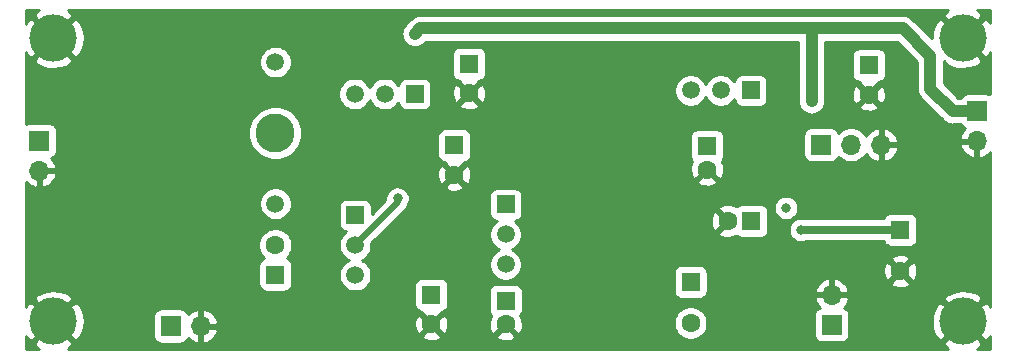
<source format=gbr>
G04 #@! TF.GenerationSoftware,KiCad,Pcbnew,5.1.5+dfsg1-2build2*
G04 #@! TF.CreationDate,2022-03-11T14:10:26+02:00*
G04 #@! TF.ProjectId,dc_receiver,64635f72-6563-4656-9976-65722e6b6963,rev?*
G04 #@! TF.SameCoordinates,Original*
G04 #@! TF.FileFunction,Copper,L2,Bot*
G04 #@! TF.FilePolarity,Positive*
%FSLAX46Y46*%
G04 Gerber Fmt 4.6, Leading zero omitted, Abs format (unit mm)*
G04 Created by KiCad (PCBNEW 5.1.5+dfsg1-2build2) date 2022-03-11 14:10:26*
%MOMM*%
%LPD*%
G04 APERTURE LIST*
%ADD10C,3.300000*%
%ADD11C,1.500000*%
%ADD12R,1.600000X1.600000*%
%ADD13C,1.600000*%
%ADD14O,1.700000X1.700000*%
%ADD15R,1.700000X1.700000*%
%ADD16R,1.500000X1.500000*%
%ADD17C,4.000000*%
%ADD18C,0.800000*%
%ADD19C,1.000000*%
%ADD20C,0.500000*%
%ADD21C,0.700000*%
%ADD22C,0.254000*%
G04 APERTURE END LIST*
D10*
X59100000Y-30050000D03*
D11*
X59100000Y-36050000D03*
X59100000Y-24050000D03*
D12*
X109350000Y-24300000D03*
D13*
X109350000Y-26800000D03*
X95650000Y-33150000D03*
D12*
X95650000Y-31150000D03*
X112000000Y-38250000D03*
D13*
X112000000Y-41750000D03*
X74250000Y-33600000D03*
D12*
X74250000Y-31100000D03*
D13*
X59100000Y-39550000D03*
D12*
X59100000Y-42050000D03*
X99400000Y-37500000D03*
D13*
X97400000Y-37500000D03*
D12*
X72300000Y-43750000D03*
D13*
X72300000Y-46250000D03*
X94250000Y-46150000D03*
D12*
X94250000Y-42650000D03*
X75500000Y-24200000D03*
D13*
X75500000Y-26700000D03*
D12*
X78600000Y-44250000D03*
D13*
X78600000Y-46250000D03*
D14*
X52790000Y-46400000D03*
D15*
X50250000Y-46400000D03*
X118500000Y-28200000D03*
D14*
X118500000Y-30740000D03*
X106200000Y-43760000D03*
D15*
X106200000Y-46300000D03*
D16*
X99350000Y-26450000D03*
D11*
X94270000Y-26450000D03*
X96810000Y-26450000D03*
D16*
X70900000Y-26750000D03*
D11*
X65820000Y-26750000D03*
X68360000Y-26750000D03*
X65850000Y-39540000D03*
X65850000Y-42080000D03*
D16*
X65850000Y-37000000D03*
D11*
X78600000Y-38640000D03*
X78600000Y-41180000D03*
D16*
X78600000Y-36100000D03*
D15*
X105300000Y-31050000D03*
D14*
X107840000Y-31050000D03*
X110380000Y-31050000D03*
D17*
X40300000Y-46000000D03*
X40300000Y-22000000D03*
X117300000Y-46000000D03*
X117300000Y-22000000D03*
D15*
X39100000Y-30700000D03*
D14*
X39100000Y-33240000D03*
D18*
X102350000Y-36400000D03*
X52850000Y-32750000D03*
X50300000Y-32750000D03*
X47750000Y-32750000D03*
X47750000Y-35050000D03*
X50300000Y-35050000D03*
X48950000Y-38650000D03*
X53250000Y-23200000D03*
X54750000Y-21550000D03*
X57600000Y-45750000D03*
X52800000Y-41550000D03*
X72300000Y-38450000D03*
X67400000Y-45800000D03*
X88750000Y-38050000D03*
X87300000Y-43800000D03*
X88750000Y-32850000D03*
X88750000Y-27850000D03*
X104900000Y-36600000D03*
X102500000Y-44150000D03*
X104500000Y-27350000D03*
X82150000Y-21200000D03*
X70900000Y-21650000D03*
X69450000Y-35600000D03*
X103600000Y-38250000D03*
D19*
X71350000Y-21200000D02*
X82150000Y-21200000D01*
X70900000Y-21650000D02*
X71350000Y-21200000D01*
X112200000Y-21200000D02*
X114550000Y-23550000D01*
X114550000Y-23550000D02*
X114550000Y-26300000D01*
X116450000Y-28200000D02*
X118500000Y-28200000D01*
X114550000Y-26300000D02*
X116450000Y-28200000D01*
X104500000Y-27350000D02*
X104500000Y-21200000D01*
X104500000Y-21200000D02*
X112200000Y-21200000D01*
X82150000Y-21200000D02*
X104500000Y-21200000D01*
D20*
X69450000Y-35940000D02*
X65850000Y-39540000D01*
X69450000Y-35600000D02*
X69450000Y-35940000D01*
D21*
X112000000Y-38250000D02*
X103600000Y-38250000D01*
D22*
G36*
X38848228Y-19785742D02*
G01*
X38632106Y-20152501D01*
X40300000Y-21820395D01*
X41967894Y-20152501D01*
X41751772Y-19785742D01*
X41511512Y-19660000D01*
X116083476Y-19660000D01*
X115848228Y-19785742D01*
X115632106Y-20152501D01*
X117300000Y-21820395D01*
X118967894Y-20152501D01*
X118751772Y-19785742D01*
X118511512Y-19660000D01*
X119640000Y-19660000D01*
X119640000Y-20783477D01*
X119514258Y-20548228D01*
X119147499Y-20332106D01*
X117479605Y-22000000D01*
X119147499Y-23667894D01*
X119514258Y-23451772D01*
X119640000Y-23211511D01*
X119640000Y-26784990D01*
X119594180Y-26760498D01*
X119474482Y-26724188D01*
X119350000Y-26711928D01*
X117650000Y-26711928D01*
X117525518Y-26724188D01*
X117405820Y-26760498D01*
X117295506Y-26819463D01*
X117198815Y-26898815D01*
X117119463Y-26995506D01*
X117082317Y-27065000D01*
X116920132Y-27065000D01*
X115685000Y-25829869D01*
X115685000Y-23937260D01*
X115848228Y-24214258D01*
X116308105Y-24454938D01*
X116806098Y-24601275D01*
X117323071Y-24647648D01*
X117839159Y-24592273D01*
X118334526Y-24437279D01*
X118751772Y-24214258D01*
X118967894Y-23847499D01*
X117300000Y-22179605D01*
X117285858Y-22193748D01*
X117106253Y-22014143D01*
X117120395Y-22000000D01*
X115452501Y-20332106D01*
X115085742Y-20548228D01*
X114845062Y-21008105D01*
X114698725Y-21506098D01*
X114652352Y-22023071D01*
X114655255Y-22050123D01*
X113041996Y-20436865D01*
X113006449Y-20393551D01*
X112833623Y-20251716D01*
X112636447Y-20146324D01*
X112422499Y-20081423D01*
X112255752Y-20065000D01*
X112255751Y-20065000D01*
X112200000Y-20059509D01*
X112144249Y-20065000D01*
X104555752Y-20065000D01*
X104500000Y-20059509D01*
X104444249Y-20065000D01*
X71405751Y-20065000D01*
X71349999Y-20059509D01*
X71294248Y-20065000D01*
X71127501Y-20081423D01*
X70913553Y-20146324D01*
X70716377Y-20251716D01*
X70543551Y-20393551D01*
X70508004Y-20436865D01*
X70058012Y-20886857D01*
X69951717Y-21016378D01*
X69846324Y-21213554D01*
X69781423Y-21427502D01*
X69759509Y-21650000D01*
X69781423Y-21872498D01*
X69846324Y-22086446D01*
X69951717Y-22283622D01*
X70093552Y-22456448D01*
X70266378Y-22598283D01*
X70463554Y-22703676D01*
X70677502Y-22768577D01*
X70900000Y-22790491D01*
X71122498Y-22768577D01*
X71336446Y-22703676D01*
X71533622Y-22598283D01*
X71663143Y-22491988D01*
X71820131Y-22335000D01*
X103365001Y-22335000D01*
X103365000Y-27405751D01*
X103381423Y-27572498D01*
X103446324Y-27786446D01*
X103551716Y-27983623D01*
X103693551Y-28156449D01*
X103866377Y-28298284D01*
X104063553Y-28403676D01*
X104277501Y-28468577D01*
X104500000Y-28490491D01*
X104722498Y-28468577D01*
X104936446Y-28403676D01*
X105133623Y-28298284D01*
X105306449Y-28156449D01*
X105448284Y-27983623D01*
X105550332Y-27792702D01*
X108536903Y-27792702D01*
X108608486Y-28036671D01*
X108863996Y-28157571D01*
X109138184Y-28226300D01*
X109420512Y-28240217D01*
X109700130Y-28198787D01*
X109966292Y-28103603D01*
X110091514Y-28036671D01*
X110163097Y-27792702D01*
X109350000Y-26979605D01*
X108536903Y-27792702D01*
X105550332Y-27792702D01*
X105553676Y-27786447D01*
X105618577Y-27572499D01*
X105635000Y-27405752D01*
X105635000Y-26870512D01*
X107909783Y-26870512D01*
X107951213Y-27150130D01*
X108046397Y-27416292D01*
X108113329Y-27541514D01*
X108357298Y-27613097D01*
X109170395Y-26800000D01*
X109529605Y-26800000D01*
X110342702Y-27613097D01*
X110586671Y-27541514D01*
X110707571Y-27286004D01*
X110776300Y-27011816D01*
X110790217Y-26729488D01*
X110748787Y-26449870D01*
X110653603Y-26183708D01*
X110586671Y-26058486D01*
X110342702Y-25986903D01*
X109529605Y-26800000D01*
X109170395Y-26800000D01*
X108357298Y-25986903D01*
X108113329Y-26058486D01*
X107992429Y-26313996D01*
X107923700Y-26588184D01*
X107909783Y-26870512D01*
X105635000Y-26870512D01*
X105635000Y-23500000D01*
X107911928Y-23500000D01*
X107911928Y-25100000D01*
X107924188Y-25224482D01*
X107960498Y-25344180D01*
X108019463Y-25454494D01*
X108098815Y-25551185D01*
X108195506Y-25630537D01*
X108305820Y-25689502D01*
X108425518Y-25725812D01*
X108550000Y-25738072D01*
X108557215Y-25738072D01*
X108536903Y-25807298D01*
X109350000Y-26620395D01*
X110163097Y-25807298D01*
X110142785Y-25738072D01*
X110150000Y-25738072D01*
X110274482Y-25725812D01*
X110394180Y-25689502D01*
X110504494Y-25630537D01*
X110601185Y-25551185D01*
X110680537Y-25454494D01*
X110739502Y-25344180D01*
X110775812Y-25224482D01*
X110788072Y-25100000D01*
X110788072Y-23500000D01*
X110775812Y-23375518D01*
X110739502Y-23255820D01*
X110680537Y-23145506D01*
X110601185Y-23048815D01*
X110504494Y-22969463D01*
X110394180Y-22910498D01*
X110274482Y-22874188D01*
X110150000Y-22861928D01*
X108550000Y-22861928D01*
X108425518Y-22874188D01*
X108305820Y-22910498D01*
X108195506Y-22969463D01*
X108098815Y-23048815D01*
X108019463Y-23145506D01*
X107960498Y-23255820D01*
X107924188Y-23375518D01*
X107911928Y-23500000D01*
X105635000Y-23500000D01*
X105635000Y-22335000D01*
X111729869Y-22335000D01*
X113415000Y-24020132D01*
X113415001Y-26244239D01*
X113409509Y-26300000D01*
X113431423Y-26522498D01*
X113496324Y-26736446D01*
X113540698Y-26819463D01*
X113601717Y-26933623D01*
X113743552Y-27106449D01*
X113786860Y-27141991D01*
X115608009Y-28963141D01*
X115643551Y-29006449D01*
X115816377Y-29148284D01*
X116013553Y-29253676D01*
X116227501Y-29318577D01*
X116450000Y-29340491D01*
X116505752Y-29335000D01*
X117082317Y-29335000D01*
X117119463Y-29404494D01*
X117198815Y-29501185D01*
X117295506Y-29580537D01*
X117405820Y-29639502D01*
X117486466Y-29663966D01*
X117402412Y-29739731D01*
X117228359Y-29973080D01*
X117103175Y-30235901D01*
X117058524Y-30383110D01*
X117179845Y-30613000D01*
X118373000Y-30613000D01*
X118373000Y-30593000D01*
X118627000Y-30593000D01*
X118627000Y-30613000D01*
X118647000Y-30613000D01*
X118647000Y-30867000D01*
X118627000Y-30867000D01*
X118627000Y-32060814D01*
X118856891Y-32181481D01*
X119131252Y-32084157D01*
X119381355Y-31935178D01*
X119597588Y-31740269D01*
X119640000Y-31683408D01*
X119640001Y-44783478D01*
X119514258Y-44548228D01*
X119147499Y-44332106D01*
X117479605Y-46000000D01*
X119147499Y-47667894D01*
X119514258Y-47451772D01*
X119640001Y-47211510D01*
X119640001Y-48340000D01*
X118516524Y-48340000D01*
X118751772Y-48214258D01*
X118967894Y-47847499D01*
X117300000Y-46179605D01*
X115632106Y-47847499D01*
X115848228Y-48214258D01*
X116088488Y-48340000D01*
X41516524Y-48340000D01*
X41751772Y-48214258D01*
X41967894Y-47847499D01*
X40300000Y-46179605D01*
X38632106Y-47847499D01*
X38848228Y-48214258D01*
X39088488Y-48340000D01*
X37960000Y-48340000D01*
X37960000Y-47216524D01*
X38085742Y-47451772D01*
X38452501Y-47667894D01*
X40120395Y-46000000D01*
X40479605Y-46000000D01*
X42147499Y-47667894D01*
X42514258Y-47451772D01*
X42754938Y-46991895D01*
X42901275Y-46493902D01*
X42947648Y-45976929D01*
X42901840Y-45550000D01*
X48761928Y-45550000D01*
X48761928Y-47250000D01*
X48774188Y-47374482D01*
X48810498Y-47494180D01*
X48869463Y-47604494D01*
X48948815Y-47701185D01*
X49045506Y-47780537D01*
X49155820Y-47839502D01*
X49275518Y-47875812D01*
X49400000Y-47888072D01*
X51100000Y-47888072D01*
X51224482Y-47875812D01*
X51344180Y-47839502D01*
X51454494Y-47780537D01*
X51551185Y-47701185D01*
X51630537Y-47604494D01*
X51689502Y-47494180D01*
X51713966Y-47413534D01*
X51789731Y-47497588D01*
X52023080Y-47671641D01*
X52285901Y-47796825D01*
X52433110Y-47841476D01*
X52663000Y-47720155D01*
X52663000Y-46527000D01*
X52917000Y-46527000D01*
X52917000Y-47720155D01*
X53146890Y-47841476D01*
X53294099Y-47796825D01*
X53556920Y-47671641D01*
X53790269Y-47497588D01*
X53985178Y-47281355D01*
X54008202Y-47242702D01*
X71486903Y-47242702D01*
X71558486Y-47486671D01*
X71813996Y-47607571D01*
X72088184Y-47676300D01*
X72370512Y-47690217D01*
X72650130Y-47648787D01*
X72916292Y-47553603D01*
X73041514Y-47486671D01*
X73113097Y-47242702D01*
X77786903Y-47242702D01*
X77858486Y-47486671D01*
X78113996Y-47607571D01*
X78388184Y-47676300D01*
X78670512Y-47690217D01*
X78950130Y-47648787D01*
X79216292Y-47553603D01*
X79341514Y-47486671D01*
X79413097Y-47242702D01*
X78600000Y-46429605D01*
X77786903Y-47242702D01*
X73113097Y-47242702D01*
X72300000Y-46429605D01*
X71486903Y-47242702D01*
X54008202Y-47242702D01*
X54134157Y-47031252D01*
X54231481Y-46756891D01*
X54110814Y-46527000D01*
X52917000Y-46527000D01*
X52663000Y-46527000D01*
X52643000Y-46527000D01*
X52643000Y-46320512D01*
X70859783Y-46320512D01*
X70901213Y-46600130D01*
X70996397Y-46866292D01*
X71063329Y-46991514D01*
X71307298Y-47063097D01*
X72120395Y-46250000D01*
X72479605Y-46250000D01*
X73292702Y-47063097D01*
X73536671Y-46991514D01*
X73657571Y-46736004D01*
X73726300Y-46461816D01*
X73733265Y-46320512D01*
X77159783Y-46320512D01*
X77201213Y-46600130D01*
X77296397Y-46866292D01*
X77363329Y-46991514D01*
X77607298Y-47063097D01*
X78420395Y-46250000D01*
X78406253Y-46235858D01*
X78585858Y-46056253D01*
X78600000Y-46070395D01*
X78614143Y-46056253D01*
X78793748Y-46235858D01*
X78779605Y-46250000D01*
X79592702Y-47063097D01*
X79836671Y-46991514D01*
X79957571Y-46736004D01*
X80026300Y-46461816D01*
X80040217Y-46179488D01*
X80014907Y-46008665D01*
X92815000Y-46008665D01*
X92815000Y-46291335D01*
X92870147Y-46568574D01*
X92978320Y-46829727D01*
X93135363Y-47064759D01*
X93335241Y-47264637D01*
X93570273Y-47421680D01*
X93831426Y-47529853D01*
X94108665Y-47585000D01*
X94391335Y-47585000D01*
X94668574Y-47529853D01*
X94929727Y-47421680D01*
X95164759Y-47264637D01*
X95364637Y-47064759D01*
X95521680Y-46829727D01*
X95629853Y-46568574D01*
X95685000Y-46291335D01*
X95685000Y-46008665D01*
X95629853Y-45731426D01*
X95521680Y-45470273D01*
X95508135Y-45450000D01*
X104711928Y-45450000D01*
X104711928Y-47150000D01*
X104724188Y-47274482D01*
X104760498Y-47394180D01*
X104819463Y-47504494D01*
X104898815Y-47601185D01*
X104995506Y-47680537D01*
X105105820Y-47739502D01*
X105225518Y-47775812D01*
X105350000Y-47788072D01*
X107050000Y-47788072D01*
X107174482Y-47775812D01*
X107294180Y-47739502D01*
X107404494Y-47680537D01*
X107501185Y-47601185D01*
X107580537Y-47504494D01*
X107639502Y-47394180D01*
X107675812Y-47274482D01*
X107688072Y-47150000D01*
X107688072Y-46023071D01*
X114652352Y-46023071D01*
X114707727Y-46539159D01*
X114862721Y-47034526D01*
X115085742Y-47451772D01*
X115452501Y-47667894D01*
X117120395Y-46000000D01*
X115452501Y-44332106D01*
X115085742Y-44548228D01*
X114845062Y-45008105D01*
X114698725Y-45506098D01*
X114652352Y-46023071D01*
X107688072Y-46023071D01*
X107688072Y-45450000D01*
X107675812Y-45325518D01*
X107639502Y-45205820D01*
X107580537Y-45095506D01*
X107501185Y-44998815D01*
X107404494Y-44919463D01*
X107294180Y-44860498D01*
X107213534Y-44836034D01*
X107297588Y-44760269D01*
X107471641Y-44526920D01*
X107596825Y-44264099D01*
X107630674Y-44152501D01*
X115632106Y-44152501D01*
X117300000Y-45820395D01*
X118967894Y-44152501D01*
X118751772Y-43785742D01*
X118291895Y-43545062D01*
X117793902Y-43398725D01*
X117276929Y-43352352D01*
X116760841Y-43407727D01*
X116265474Y-43562721D01*
X115848228Y-43785742D01*
X115632106Y-44152501D01*
X107630674Y-44152501D01*
X107641476Y-44116890D01*
X107520155Y-43887000D01*
X106327000Y-43887000D01*
X106327000Y-43907000D01*
X106073000Y-43907000D01*
X106073000Y-43887000D01*
X104879845Y-43887000D01*
X104758524Y-44116890D01*
X104803175Y-44264099D01*
X104928359Y-44526920D01*
X105102412Y-44760269D01*
X105186466Y-44836034D01*
X105105820Y-44860498D01*
X104995506Y-44919463D01*
X104898815Y-44998815D01*
X104819463Y-45095506D01*
X104760498Y-45205820D01*
X104724188Y-45325518D01*
X104711928Y-45450000D01*
X95508135Y-45450000D01*
X95364637Y-45235241D01*
X95164759Y-45035363D01*
X94929727Y-44878320D01*
X94668574Y-44770147D01*
X94391335Y-44715000D01*
X94108665Y-44715000D01*
X93831426Y-44770147D01*
X93570273Y-44878320D01*
X93335241Y-45035363D01*
X93135363Y-45235241D01*
X92978320Y-45470273D01*
X92870147Y-45731426D01*
X92815000Y-46008665D01*
X80014907Y-46008665D01*
X79998787Y-45899870D01*
X79903603Y-45633708D01*
X79838384Y-45511691D01*
X79851185Y-45501185D01*
X79930537Y-45404494D01*
X79989502Y-45294180D01*
X80025812Y-45174482D01*
X80038072Y-45050000D01*
X80038072Y-43450000D01*
X80025812Y-43325518D01*
X79989502Y-43205820D01*
X79930537Y-43095506D01*
X79851185Y-42998815D01*
X79754494Y-42919463D01*
X79644180Y-42860498D01*
X79524482Y-42824188D01*
X79400000Y-42811928D01*
X77800000Y-42811928D01*
X77675518Y-42824188D01*
X77555820Y-42860498D01*
X77445506Y-42919463D01*
X77348815Y-42998815D01*
X77269463Y-43095506D01*
X77210498Y-43205820D01*
X77174188Y-43325518D01*
X77161928Y-43450000D01*
X77161928Y-45050000D01*
X77174188Y-45174482D01*
X77210498Y-45294180D01*
X77269463Y-45404494D01*
X77348815Y-45501185D01*
X77361758Y-45511807D01*
X77242429Y-45763996D01*
X77173700Y-46038184D01*
X77159783Y-46320512D01*
X73733265Y-46320512D01*
X73740217Y-46179488D01*
X73698787Y-45899870D01*
X73603603Y-45633708D01*
X73536671Y-45508486D01*
X73292702Y-45436903D01*
X72479605Y-46250000D01*
X72120395Y-46250000D01*
X71307298Y-45436903D01*
X71063329Y-45508486D01*
X70942429Y-45763996D01*
X70873700Y-46038184D01*
X70859783Y-46320512D01*
X52643000Y-46320512D01*
X52643000Y-46273000D01*
X52663000Y-46273000D01*
X52663000Y-45079845D01*
X52917000Y-45079845D01*
X52917000Y-46273000D01*
X54110814Y-46273000D01*
X54231481Y-46043109D01*
X54134157Y-45768748D01*
X53985178Y-45518645D01*
X53790269Y-45302412D01*
X53556920Y-45128359D01*
X53294099Y-45003175D01*
X53146890Y-44958524D01*
X52917000Y-45079845D01*
X52663000Y-45079845D01*
X52433110Y-44958524D01*
X52285901Y-45003175D01*
X52023080Y-45128359D01*
X51789731Y-45302412D01*
X51713966Y-45386466D01*
X51689502Y-45305820D01*
X51630537Y-45195506D01*
X51551185Y-45098815D01*
X51454494Y-45019463D01*
X51344180Y-44960498D01*
X51224482Y-44924188D01*
X51100000Y-44911928D01*
X49400000Y-44911928D01*
X49275518Y-44924188D01*
X49155820Y-44960498D01*
X49045506Y-45019463D01*
X48948815Y-45098815D01*
X48869463Y-45195506D01*
X48810498Y-45305820D01*
X48774188Y-45425518D01*
X48761928Y-45550000D01*
X42901840Y-45550000D01*
X42892273Y-45460841D01*
X42737279Y-44965474D01*
X42514258Y-44548228D01*
X42147499Y-44332106D01*
X40479605Y-46000000D01*
X40120395Y-46000000D01*
X38452501Y-44332106D01*
X38085742Y-44548228D01*
X37960000Y-44788488D01*
X37960000Y-44152501D01*
X38632106Y-44152501D01*
X40300000Y-45820395D01*
X41967894Y-44152501D01*
X41751772Y-43785742D01*
X41291895Y-43545062D01*
X40793902Y-43398725D01*
X40276929Y-43352352D01*
X39760841Y-43407727D01*
X39265474Y-43562721D01*
X38848228Y-43785742D01*
X38632106Y-44152501D01*
X37960000Y-44152501D01*
X37960000Y-41250000D01*
X57661928Y-41250000D01*
X57661928Y-42850000D01*
X57674188Y-42974482D01*
X57710498Y-43094180D01*
X57769463Y-43204494D01*
X57848815Y-43301185D01*
X57945506Y-43380537D01*
X58055820Y-43439502D01*
X58175518Y-43475812D01*
X58300000Y-43488072D01*
X59900000Y-43488072D01*
X60024482Y-43475812D01*
X60144180Y-43439502D01*
X60254494Y-43380537D01*
X60351185Y-43301185D01*
X60430537Y-43204494D01*
X60489502Y-43094180D01*
X60525812Y-42974482D01*
X60538072Y-42850000D01*
X60538072Y-41250000D01*
X60525812Y-41125518D01*
X60489502Y-41005820D01*
X60430537Y-40895506D01*
X60351185Y-40798815D01*
X60254494Y-40719463D01*
X60144180Y-40660498D01*
X60048057Y-40631339D01*
X60214637Y-40464759D01*
X60371680Y-40229727D01*
X60479853Y-39968574D01*
X60535000Y-39691335D01*
X60535000Y-39408665D01*
X60479853Y-39131426D01*
X60371680Y-38870273D01*
X60214637Y-38635241D01*
X60014759Y-38435363D01*
X59779727Y-38278320D01*
X59518574Y-38170147D01*
X59241335Y-38115000D01*
X58958665Y-38115000D01*
X58681426Y-38170147D01*
X58420273Y-38278320D01*
X58185241Y-38435363D01*
X57985363Y-38635241D01*
X57828320Y-38870273D01*
X57720147Y-39131426D01*
X57665000Y-39408665D01*
X57665000Y-39691335D01*
X57720147Y-39968574D01*
X57828320Y-40229727D01*
X57985363Y-40464759D01*
X58151943Y-40631339D01*
X58055820Y-40660498D01*
X57945506Y-40719463D01*
X57848815Y-40798815D01*
X57769463Y-40895506D01*
X57710498Y-41005820D01*
X57674188Y-41125518D01*
X57661928Y-41250000D01*
X37960000Y-41250000D01*
X37960000Y-35913589D01*
X57715000Y-35913589D01*
X57715000Y-36186411D01*
X57768225Y-36453989D01*
X57872629Y-36706043D01*
X58024201Y-36932886D01*
X58217114Y-37125799D01*
X58443957Y-37277371D01*
X58696011Y-37381775D01*
X58963589Y-37435000D01*
X59236411Y-37435000D01*
X59503989Y-37381775D01*
X59756043Y-37277371D01*
X59982886Y-37125799D01*
X60175799Y-36932886D01*
X60327371Y-36706043D01*
X60431775Y-36453989D01*
X60472351Y-36250000D01*
X64461928Y-36250000D01*
X64461928Y-37750000D01*
X64474188Y-37874482D01*
X64510498Y-37994180D01*
X64569463Y-38104494D01*
X64648815Y-38201185D01*
X64745506Y-38280537D01*
X64855820Y-38339502D01*
X64975518Y-38375812D01*
X65083483Y-38386445D01*
X64967114Y-38464201D01*
X64774201Y-38657114D01*
X64622629Y-38883957D01*
X64518225Y-39136011D01*
X64465000Y-39403589D01*
X64465000Y-39676411D01*
X64518225Y-39943989D01*
X64622629Y-40196043D01*
X64774201Y-40422886D01*
X64967114Y-40615799D01*
X65193957Y-40767371D01*
X65296873Y-40810000D01*
X65193957Y-40852629D01*
X64967114Y-41004201D01*
X64774201Y-41197114D01*
X64622629Y-41423957D01*
X64518225Y-41676011D01*
X64465000Y-41943589D01*
X64465000Y-42216411D01*
X64518225Y-42483989D01*
X64622629Y-42736043D01*
X64774201Y-42962886D01*
X64967114Y-43155799D01*
X65193957Y-43307371D01*
X65446011Y-43411775D01*
X65713589Y-43465000D01*
X65986411Y-43465000D01*
X66253989Y-43411775D01*
X66506043Y-43307371D01*
X66732886Y-43155799D01*
X66925799Y-42962886D01*
X66934409Y-42950000D01*
X70861928Y-42950000D01*
X70861928Y-44550000D01*
X70874188Y-44674482D01*
X70910498Y-44794180D01*
X70969463Y-44904494D01*
X71048815Y-45001185D01*
X71145506Y-45080537D01*
X71255820Y-45139502D01*
X71375518Y-45175812D01*
X71500000Y-45188072D01*
X71507215Y-45188072D01*
X71486903Y-45257298D01*
X72300000Y-46070395D01*
X73113097Y-45257298D01*
X73092785Y-45188072D01*
X73100000Y-45188072D01*
X73224482Y-45175812D01*
X73344180Y-45139502D01*
X73454494Y-45080537D01*
X73551185Y-45001185D01*
X73630537Y-44904494D01*
X73689502Y-44794180D01*
X73725812Y-44674482D01*
X73738072Y-44550000D01*
X73738072Y-42950000D01*
X73725812Y-42825518D01*
X73689502Y-42705820D01*
X73630537Y-42595506D01*
X73551185Y-42498815D01*
X73454494Y-42419463D01*
X73344180Y-42360498D01*
X73224482Y-42324188D01*
X73100000Y-42311928D01*
X71500000Y-42311928D01*
X71375518Y-42324188D01*
X71255820Y-42360498D01*
X71145506Y-42419463D01*
X71048815Y-42498815D01*
X70969463Y-42595506D01*
X70910498Y-42705820D01*
X70874188Y-42825518D01*
X70861928Y-42950000D01*
X66934409Y-42950000D01*
X67077371Y-42736043D01*
X67181775Y-42483989D01*
X67235000Y-42216411D01*
X67235000Y-41943589D01*
X67181775Y-41676011D01*
X67077371Y-41423957D01*
X66925799Y-41197114D01*
X66732886Y-41004201D01*
X66506043Y-40852629D01*
X66403127Y-40810000D01*
X66506043Y-40767371D01*
X66732886Y-40615799D01*
X66925799Y-40422886D01*
X67077371Y-40196043D01*
X67181775Y-39943989D01*
X67235000Y-39676411D01*
X67235000Y-39406578D01*
X70045049Y-36596530D01*
X70078817Y-36568817D01*
X70121175Y-36517205D01*
X70189411Y-36434059D01*
X70236743Y-36345506D01*
X70271589Y-36280313D01*
X70297678Y-36194312D01*
X70367205Y-36090256D01*
X70445226Y-35901898D01*
X70485000Y-35701939D01*
X70485000Y-35498061D01*
X70455550Y-35350000D01*
X77211928Y-35350000D01*
X77211928Y-36850000D01*
X77224188Y-36974482D01*
X77260498Y-37094180D01*
X77319463Y-37204494D01*
X77398815Y-37301185D01*
X77495506Y-37380537D01*
X77605820Y-37439502D01*
X77725518Y-37475812D01*
X77833483Y-37486445D01*
X77717114Y-37564201D01*
X77524201Y-37757114D01*
X77372629Y-37983957D01*
X77268225Y-38236011D01*
X77215000Y-38503589D01*
X77215000Y-38776411D01*
X77268225Y-39043989D01*
X77372629Y-39296043D01*
X77524201Y-39522886D01*
X77717114Y-39715799D01*
X77943957Y-39867371D01*
X78046873Y-39910000D01*
X77943957Y-39952629D01*
X77717114Y-40104201D01*
X77524201Y-40297114D01*
X77372629Y-40523957D01*
X77268225Y-40776011D01*
X77215000Y-41043589D01*
X77215000Y-41316411D01*
X77268225Y-41583989D01*
X77372629Y-41836043D01*
X77524201Y-42062886D01*
X77717114Y-42255799D01*
X77943957Y-42407371D01*
X78196011Y-42511775D01*
X78463589Y-42565000D01*
X78736411Y-42565000D01*
X79003989Y-42511775D01*
X79256043Y-42407371D01*
X79482886Y-42255799D01*
X79675799Y-42062886D01*
X79818045Y-41850000D01*
X92811928Y-41850000D01*
X92811928Y-43450000D01*
X92824188Y-43574482D01*
X92860498Y-43694180D01*
X92919463Y-43804494D01*
X92998815Y-43901185D01*
X93095506Y-43980537D01*
X93205820Y-44039502D01*
X93325518Y-44075812D01*
X93450000Y-44088072D01*
X95050000Y-44088072D01*
X95174482Y-44075812D01*
X95294180Y-44039502D01*
X95404494Y-43980537D01*
X95501185Y-43901185D01*
X95580537Y-43804494D01*
X95639502Y-43694180D01*
X95675812Y-43574482D01*
X95688072Y-43450000D01*
X95688072Y-43403110D01*
X104758524Y-43403110D01*
X104879845Y-43633000D01*
X106073000Y-43633000D01*
X106073000Y-42439186D01*
X106327000Y-42439186D01*
X106327000Y-43633000D01*
X107520155Y-43633000D01*
X107641476Y-43403110D01*
X107596825Y-43255901D01*
X107471641Y-42993080D01*
X107297588Y-42759731D01*
X107278696Y-42742702D01*
X111186903Y-42742702D01*
X111258486Y-42986671D01*
X111513996Y-43107571D01*
X111788184Y-43176300D01*
X112070512Y-43190217D01*
X112350130Y-43148787D01*
X112616292Y-43053603D01*
X112741514Y-42986671D01*
X112813097Y-42742702D01*
X112000000Y-41929605D01*
X111186903Y-42742702D01*
X107278696Y-42742702D01*
X107081355Y-42564822D01*
X106831252Y-42415843D01*
X106556891Y-42318519D01*
X106327000Y-42439186D01*
X106073000Y-42439186D01*
X105843109Y-42318519D01*
X105568748Y-42415843D01*
X105318645Y-42564822D01*
X105102412Y-42759731D01*
X104928359Y-42993080D01*
X104803175Y-43255901D01*
X104758524Y-43403110D01*
X95688072Y-43403110D01*
X95688072Y-41850000D01*
X95685168Y-41820512D01*
X110559783Y-41820512D01*
X110601213Y-42100130D01*
X110696397Y-42366292D01*
X110763329Y-42491514D01*
X111007298Y-42563097D01*
X111820395Y-41750000D01*
X112179605Y-41750000D01*
X112992702Y-42563097D01*
X113236671Y-42491514D01*
X113357571Y-42236004D01*
X113426300Y-41961816D01*
X113440217Y-41679488D01*
X113398787Y-41399870D01*
X113303603Y-41133708D01*
X113236671Y-41008486D01*
X112992702Y-40936903D01*
X112179605Y-41750000D01*
X111820395Y-41750000D01*
X111007298Y-40936903D01*
X110763329Y-41008486D01*
X110642429Y-41263996D01*
X110573700Y-41538184D01*
X110559783Y-41820512D01*
X95685168Y-41820512D01*
X95675812Y-41725518D01*
X95639502Y-41605820D01*
X95580537Y-41495506D01*
X95501185Y-41398815D01*
X95404494Y-41319463D01*
X95294180Y-41260498D01*
X95174482Y-41224188D01*
X95050000Y-41211928D01*
X93450000Y-41211928D01*
X93325518Y-41224188D01*
X93205820Y-41260498D01*
X93095506Y-41319463D01*
X92998815Y-41398815D01*
X92919463Y-41495506D01*
X92860498Y-41605820D01*
X92824188Y-41725518D01*
X92811928Y-41850000D01*
X79818045Y-41850000D01*
X79827371Y-41836043D01*
X79931775Y-41583989D01*
X79985000Y-41316411D01*
X79985000Y-41043589D01*
X79931775Y-40776011D01*
X79924024Y-40757298D01*
X111186903Y-40757298D01*
X112000000Y-41570395D01*
X112813097Y-40757298D01*
X112741514Y-40513329D01*
X112486004Y-40392429D01*
X112211816Y-40323700D01*
X111929488Y-40309783D01*
X111649870Y-40351213D01*
X111383708Y-40446397D01*
X111258486Y-40513329D01*
X111186903Y-40757298D01*
X79924024Y-40757298D01*
X79827371Y-40523957D01*
X79675799Y-40297114D01*
X79482886Y-40104201D01*
X79256043Y-39952629D01*
X79153127Y-39910000D01*
X79256043Y-39867371D01*
X79482886Y-39715799D01*
X79675799Y-39522886D01*
X79827371Y-39296043D01*
X79931775Y-39043989D01*
X79985000Y-38776411D01*
X79985000Y-38503589D01*
X79931775Y-38236011D01*
X79827371Y-37983957D01*
X79675799Y-37757114D01*
X79489197Y-37570512D01*
X95959783Y-37570512D01*
X96001213Y-37850130D01*
X96096397Y-38116292D01*
X96163329Y-38241514D01*
X96407298Y-38313097D01*
X97220395Y-37500000D01*
X96407298Y-36686903D01*
X96163329Y-36758486D01*
X96042429Y-37013996D01*
X95973700Y-37288184D01*
X95959783Y-37570512D01*
X79489197Y-37570512D01*
X79482886Y-37564201D01*
X79366517Y-37486445D01*
X79474482Y-37475812D01*
X79594180Y-37439502D01*
X79704494Y-37380537D01*
X79801185Y-37301185D01*
X79880537Y-37204494D01*
X79939502Y-37094180D01*
X79975812Y-36974482D01*
X79988072Y-36850000D01*
X79988072Y-36507298D01*
X96586903Y-36507298D01*
X97400000Y-37320395D01*
X97414143Y-37306253D01*
X97593748Y-37485858D01*
X97579605Y-37500000D01*
X97593748Y-37514143D01*
X97414143Y-37693748D01*
X97400000Y-37679605D01*
X96586903Y-38492702D01*
X96658486Y-38736671D01*
X96913996Y-38857571D01*
X97188184Y-38926300D01*
X97470512Y-38940217D01*
X97750130Y-38898787D01*
X98016292Y-38803603D01*
X98138309Y-38738384D01*
X98148815Y-38751185D01*
X98245506Y-38830537D01*
X98355820Y-38889502D01*
X98475518Y-38925812D01*
X98600000Y-38938072D01*
X100200000Y-38938072D01*
X100324482Y-38925812D01*
X100444180Y-38889502D01*
X100554494Y-38830537D01*
X100651185Y-38751185D01*
X100730537Y-38654494D01*
X100789502Y-38544180D01*
X100825812Y-38424482D01*
X100838072Y-38300000D01*
X100838072Y-38148061D01*
X102565000Y-38148061D01*
X102565000Y-38351939D01*
X102604774Y-38551898D01*
X102682795Y-38740256D01*
X102796063Y-38909774D01*
X102940226Y-39053937D01*
X103109744Y-39167205D01*
X103298102Y-39245226D01*
X103498061Y-39285000D01*
X103701939Y-39285000D01*
X103901898Y-39245226D01*
X103926586Y-39235000D01*
X110592546Y-39235000D01*
X110610498Y-39294180D01*
X110669463Y-39404494D01*
X110748815Y-39501185D01*
X110845506Y-39580537D01*
X110955820Y-39639502D01*
X111075518Y-39675812D01*
X111200000Y-39688072D01*
X112800000Y-39688072D01*
X112924482Y-39675812D01*
X113044180Y-39639502D01*
X113154494Y-39580537D01*
X113251185Y-39501185D01*
X113330537Y-39404494D01*
X113389502Y-39294180D01*
X113425812Y-39174482D01*
X113438072Y-39050000D01*
X113438072Y-37450000D01*
X113425812Y-37325518D01*
X113389502Y-37205820D01*
X113330537Y-37095506D01*
X113251185Y-36998815D01*
X113154494Y-36919463D01*
X113044180Y-36860498D01*
X112924482Y-36824188D01*
X112800000Y-36811928D01*
X111200000Y-36811928D01*
X111075518Y-36824188D01*
X110955820Y-36860498D01*
X110845506Y-36919463D01*
X110748815Y-36998815D01*
X110669463Y-37095506D01*
X110610498Y-37205820D01*
X110592546Y-37265000D01*
X103926586Y-37265000D01*
X103901898Y-37254774D01*
X103701939Y-37215000D01*
X103498061Y-37215000D01*
X103298102Y-37254774D01*
X103109744Y-37332795D01*
X102940226Y-37446063D01*
X102796063Y-37590226D01*
X102682795Y-37759744D01*
X102604774Y-37948102D01*
X102565000Y-38148061D01*
X100838072Y-38148061D01*
X100838072Y-36700000D01*
X100825812Y-36575518D01*
X100789502Y-36455820D01*
X100730537Y-36345506D01*
X100691601Y-36298061D01*
X101315000Y-36298061D01*
X101315000Y-36501939D01*
X101354774Y-36701898D01*
X101432795Y-36890256D01*
X101546063Y-37059774D01*
X101690226Y-37203937D01*
X101859744Y-37317205D01*
X102048102Y-37395226D01*
X102248061Y-37435000D01*
X102451939Y-37435000D01*
X102651898Y-37395226D01*
X102840256Y-37317205D01*
X103009774Y-37203937D01*
X103153937Y-37059774D01*
X103267205Y-36890256D01*
X103345226Y-36701898D01*
X103385000Y-36501939D01*
X103385000Y-36298061D01*
X103345226Y-36098102D01*
X103267205Y-35909744D01*
X103153937Y-35740226D01*
X103009774Y-35596063D01*
X102840256Y-35482795D01*
X102651898Y-35404774D01*
X102451939Y-35365000D01*
X102248061Y-35365000D01*
X102048102Y-35404774D01*
X101859744Y-35482795D01*
X101690226Y-35596063D01*
X101546063Y-35740226D01*
X101432795Y-35909744D01*
X101354774Y-36098102D01*
X101315000Y-36298061D01*
X100691601Y-36298061D01*
X100651185Y-36248815D01*
X100554494Y-36169463D01*
X100444180Y-36110498D01*
X100324482Y-36074188D01*
X100200000Y-36061928D01*
X98600000Y-36061928D01*
X98475518Y-36074188D01*
X98355820Y-36110498D01*
X98245506Y-36169463D01*
X98148815Y-36248815D01*
X98138193Y-36261758D01*
X97886004Y-36142429D01*
X97611816Y-36073700D01*
X97329488Y-36059783D01*
X97049870Y-36101213D01*
X96783708Y-36196397D01*
X96658486Y-36263329D01*
X96586903Y-36507298D01*
X79988072Y-36507298D01*
X79988072Y-35350000D01*
X79975812Y-35225518D01*
X79939502Y-35105820D01*
X79880537Y-34995506D01*
X79801185Y-34898815D01*
X79704494Y-34819463D01*
X79594180Y-34760498D01*
X79474482Y-34724188D01*
X79350000Y-34711928D01*
X77850000Y-34711928D01*
X77725518Y-34724188D01*
X77605820Y-34760498D01*
X77495506Y-34819463D01*
X77398815Y-34898815D01*
X77319463Y-34995506D01*
X77260498Y-35105820D01*
X77224188Y-35225518D01*
X77211928Y-35350000D01*
X70455550Y-35350000D01*
X70445226Y-35298102D01*
X70367205Y-35109744D01*
X70253937Y-34940226D01*
X70109774Y-34796063D01*
X69940256Y-34682795D01*
X69751898Y-34604774D01*
X69691208Y-34592702D01*
X73436903Y-34592702D01*
X73508486Y-34836671D01*
X73763996Y-34957571D01*
X74038184Y-35026300D01*
X74320512Y-35040217D01*
X74600130Y-34998787D01*
X74866292Y-34903603D01*
X74991514Y-34836671D01*
X75063097Y-34592702D01*
X74250000Y-33779605D01*
X73436903Y-34592702D01*
X69691208Y-34592702D01*
X69551939Y-34565000D01*
X69348061Y-34565000D01*
X69148102Y-34604774D01*
X68959744Y-34682795D01*
X68790226Y-34796063D01*
X68646063Y-34940226D01*
X68532795Y-35109744D01*
X68454774Y-35298102D01*
X68415000Y-35498061D01*
X68415000Y-35701939D01*
X68418564Y-35719857D01*
X67238072Y-36900349D01*
X67238072Y-36250000D01*
X67225812Y-36125518D01*
X67189502Y-36005820D01*
X67130537Y-35895506D01*
X67051185Y-35798815D01*
X66954494Y-35719463D01*
X66844180Y-35660498D01*
X66724482Y-35624188D01*
X66600000Y-35611928D01*
X65100000Y-35611928D01*
X64975518Y-35624188D01*
X64855820Y-35660498D01*
X64745506Y-35719463D01*
X64648815Y-35798815D01*
X64569463Y-35895506D01*
X64510498Y-36005820D01*
X64474188Y-36125518D01*
X64461928Y-36250000D01*
X60472351Y-36250000D01*
X60485000Y-36186411D01*
X60485000Y-35913589D01*
X60431775Y-35646011D01*
X60327371Y-35393957D01*
X60175799Y-35167114D01*
X59982886Y-34974201D01*
X59756043Y-34822629D01*
X59503989Y-34718225D01*
X59236411Y-34665000D01*
X58963589Y-34665000D01*
X58696011Y-34718225D01*
X58443957Y-34822629D01*
X58217114Y-34974201D01*
X58024201Y-35167114D01*
X57872629Y-35393957D01*
X57768225Y-35646011D01*
X57715000Y-35913589D01*
X37960000Y-35913589D01*
X37960000Y-34183408D01*
X38002412Y-34240269D01*
X38218645Y-34435178D01*
X38468748Y-34584157D01*
X38743109Y-34681481D01*
X38973000Y-34560814D01*
X38973000Y-33367000D01*
X39227000Y-33367000D01*
X39227000Y-34560814D01*
X39456891Y-34681481D01*
X39731252Y-34584157D01*
X39981355Y-34435178D01*
X40197588Y-34240269D01*
X40371641Y-34006920D01*
X40496825Y-33744099D01*
X40519145Y-33670512D01*
X72809783Y-33670512D01*
X72851213Y-33950130D01*
X72946397Y-34216292D01*
X73013329Y-34341514D01*
X73257298Y-34413097D01*
X74070395Y-33600000D01*
X74429605Y-33600000D01*
X75242702Y-34413097D01*
X75486671Y-34341514D01*
X75580743Y-34142702D01*
X94836903Y-34142702D01*
X94908486Y-34386671D01*
X95163996Y-34507571D01*
X95438184Y-34576300D01*
X95720512Y-34590217D01*
X96000130Y-34548787D01*
X96266292Y-34453603D01*
X96391514Y-34386671D01*
X96463097Y-34142702D01*
X95650000Y-33329605D01*
X94836903Y-34142702D01*
X75580743Y-34142702D01*
X75607571Y-34086004D01*
X75676300Y-33811816D01*
X75690217Y-33529488D01*
X75648787Y-33249870D01*
X75638289Y-33220512D01*
X94209783Y-33220512D01*
X94251213Y-33500130D01*
X94346397Y-33766292D01*
X94413329Y-33891514D01*
X94657298Y-33963097D01*
X95470395Y-33150000D01*
X95456253Y-33135858D01*
X95635858Y-32956253D01*
X95650000Y-32970395D01*
X95664143Y-32956253D01*
X95843748Y-33135858D01*
X95829605Y-33150000D01*
X96642702Y-33963097D01*
X96886671Y-33891514D01*
X97007571Y-33636004D01*
X97076300Y-33361816D01*
X97090217Y-33079488D01*
X97048787Y-32799870D01*
X96953603Y-32533708D01*
X96888384Y-32411691D01*
X96901185Y-32401185D01*
X96980537Y-32304494D01*
X97039502Y-32194180D01*
X97075812Y-32074482D01*
X97088072Y-31950000D01*
X97088072Y-30350000D01*
X97075812Y-30225518D01*
X97068072Y-30200000D01*
X103811928Y-30200000D01*
X103811928Y-31900000D01*
X103824188Y-32024482D01*
X103860498Y-32144180D01*
X103919463Y-32254494D01*
X103998815Y-32351185D01*
X104095506Y-32430537D01*
X104205820Y-32489502D01*
X104325518Y-32525812D01*
X104450000Y-32538072D01*
X106150000Y-32538072D01*
X106274482Y-32525812D01*
X106394180Y-32489502D01*
X106504494Y-32430537D01*
X106601185Y-32351185D01*
X106680537Y-32254494D01*
X106739502Y-32144180D01*
X106761513Y-32071620D01*
X106893368Y-32203475D01*
X107136589Y-32365990D01*
X107406842Y-32477932D01*
X107693740Y-32535000D01*
X107986260Y-32535000D01*
X108273158Y-32477932D01*
X108543411Y-32365990D01*
X108786632Y-32203475D01*
X108993475Y-31996632D01*
X109115195Y-31814466D01*
X109184822Y-31931355D01*
X109379731Y-32147588D01*
X109613080Y-32321641D01*
X109875901Y-32446825D01*
X110023110Y-32491476D01*
X110253000Y-32370155D01*
X110253000Y-31177000D01*
X110507000Y-31177000D01*
X110507000Y-32370155D01*
X110736890Y-32491476D01*
X110884099Y-32446825D01*
X111146920Y-32321641D01*
X111380269Y-32147588D01*
X111575178Y-31931355D01*
X111724157Y-31681252D01*
X111821481Y-31406891D01*
X111700814Y-31177000D01*
X110507000Y-31177000D01*
X110253000Y-31177000D01*
X110233000Y-31177000D01*
X110233000Y-31096890D01*
X117058524Y-31096890D01*
X117103175Y-31244099D01*
X117228359Y-31506920D01*
X117402412Y-31740269D01*
X117618645Y-31935178D01*
X117868748Y-32084157D01*
X118143109Y-32181481D01*
X118373000Y-32060814D01*
X118373000Y-30867000D01*
X117179845Y-30867000D01*
X117058524Y-31096890D01*
X110233000Y-31096890D01*
X110233000Y-30923000D01*
X110253000Y-30923000D01*
X110253000Y-29729845D01*
X110507000Y-29729845D01*
X110507000Y-30923000D01*
X111700814Y-30923000D01*
X111821481Y-30693109D01*
X111724157Y-30418748D01*
X111575178Y-30168645D01*
X111380269Y-29952412D01*
X111146920Y-29778359D01*
X110884099Y-29653175D01*
X110736890Y-29608524D01*
X110507000Y-29729845D01*
X110253000Y-29729845D01*
X110023110Y-29608524D01*
X109875901Y-29653175D01*
X109613080Y-29778359D01*
X109379731Y-29952412D01*
X109184822Y-30168645D01*
X109115195Y-30285534D01*
X108993475Y-30103368D01*
X108786632Y-29896525D01*
X108543411Y-29734010D01*
X108273158Y-29622068D01*
X107986260Y-29565000D01*
X107693740Y-29565000D01*
X107406842Y-29622068D01*
X107136589Y-29734010D01*
X106893368Y-29896525D01*
X106761513Y-30028380D01*
X106739502Y-29955820D01*
X106680537Y-29845506D01*
X106601185Y-29748815D01*
X106504494Y-29669463D01*
X106394180Y-29610498D01*
X106274482Y-29574188D01*
X106150000Y-29561928D01*
X104450000Y-29561928D01*
X104325518Y-29574188D01*
X104205820Y-29610498D01*
X104095506Y-29669463D01*
X103998815Y-29748815D01*
X103919463Y-29845506D01*
X103860498Y-29955820D01*
X103824188Y-30075518D01*
X103811928Y-30200000D01*
X97068072Y-30200000D01*
X97039502Y-30105820D01*
X96980537Y-29995506D01*
X96901185Y-29898815D01*
X96804494Y-29819463D01*
X96694180Y-29760498D01*
X96574482Y-29724188D01*
X96450000Y-29711928D01*
X94850000Y-29711928D01*
X94725518Y-29724188D01*
X94605820Y-29760498D01*
X94495506Y-29819463D01*
X94398815Y-29898815D01*
X94319463Y-29995506D01*
X94260498Y-30105820D01*
X94224188Y-30225518D01*
X94211928Y-30350000D01*
X94211928Y-31950000D01*
X94224188Y-32074482D01*
X94260498Y-32194180D01*
X94319463Y-32304494D01*
X94398815Y-32401185D01*
X94411758Y-32411807D01*
X94292429Y-32663996D01*
X94223700Y-32938184D01*
X94209783Y-33220512D01*
X75638289Y-33220512D01*
X75553603Y-32983708D01*
X75486671Y-32858486D01*
X75242702Y-32786903D01*
X74429605Y-33600000D01*
X74070395Y-33600000D01*
X73257298Y-32786903D01*
X73013329Y-32858486D01*
X72892429Y-33113996D01*
X72823700Y-33388184D01*
X72809783Y-33670512D01*
X40519145Y-33670512D01*
X40541476Y-33596890D01*
X40420155Y-33367000D01*
X39227000Y-33367000D01*
X38973000Y-33367000D01*
X38953000Y-33367000D01*
X38953000Y-33113000D01*
X38973000Y-33113000D01*
X38973000Y-33093000D01*
X39227000Y-33093000D01*
X39227000Y-33113000D01*
X40420155Y-33113000D01*
X40541476Y-32883110D01*
X40496825Y-32735901D01*
X40371641Y-32473080D01*
X40197588Y-32239731D01*
X40113534Y-32163966D01*
X40194180Y-32139502D01*
X40304494Y-32080537D01*
X40401185Y-32001185D01*
X40480537Y-31904494D01*
X40539502Y-31794180D01*
X40575812Y-31674482D01*
X40588072Y-31550000D01*
X40588072Y-29850000D01*
X40585605Y-29824947D01*
X56815000Y-29824947D01*
X56815000Y-30275053D01*
X56902811Y-30716510D01*
X57075059Y-31132353D01*
X57325125Y-31506603D01*
X57643397Y-31824875D01*
X58017647Y-32074941D01*
X58433490Y-32247189D01*
X58874947Y-32335000D01*
X59325053Y-32335000D01*
X59766510Y-32247189D01*
X60182353Y-32074941D01*
X60556603Y-31824875D01*
X60874875Y-31506603D01*
X61124941Y-31132353D01*
X61297189Y-30716510D01*
X61380037Y-30300000D01*
X72811928Y-30300000D01*
X72811928Y-31900000D01*
X72824188Y-32024482D01*
X72860498Y-32144180D01*
X72919463Y-32254494D01*
X72998815Y-32351185D01*
X73095506Y-32430537D01*
X73205820Y-32489502D01*
X73325518Y-32525812D01*
X73450000Y-32538072D01*
X73457215Y-32538072D01*
X73436903Y-32607298D01*
X74250000Y-33420395D01*
X75063097Y-32607298D01*
X75042785Y-32538072D01*
X75050000Y-32538072D01*
X75174482Y-32525812D01*
X75294180Y-32489502D01*
X75404494Y-32430537D01*
X75501185Y-32351185D01*
X75580537Y-32254494D01*
X75639502Y-32144180D01*
X75675812Y-32024482D01*
X75688072Y-31900000D01*
X75688072Y-30300000D01*
X75675812Y-30175518D01*
X75639502Y-30055820D01*
X75580537Y-29945506D01*
X75501185Y-29848815D01*
X75404494Y-29769463D01*
X75294180Y-29710498D01*
X75174482Y-29674188D01*
X75050000Y-29661928D01*
X73450000Y-29661928D01*
X73325518Y-29674188D01*
X73205820Y-29710498D01*
X73095506Y-29769463D01*
X72998815Y-29848815D01*
X72919463Y-29945506D01*
X72860498Y-30055820D01*
X72824188Y-30175518D01*
X72811928Y-30300000D01*
X61380037Y-30300000D01*
X61385000Y-30275053D01*
X61385000Y-29824947D01*
X61297189Y-29383490D01*
X61124941Y-28967647D01*
X60874875Y-28593397D01*
X60556603Y-28275125D01*
X60182353Y-28025059D01*
X59766510Y-27852811D01*
X59325053Y-27765000D01*
X58874947Y-27765000D01*
X58433490Y-27852811D01*
X58017647Y-28025059D01*
X57643397Y-28275125D01*
X57325125Y-28593397D01*
X57075059Y-28967647D01*
X56902811Y-29383490D01*
X56815000Y-29824947D01*
X40585605Y-29824947D01*
X40575812Y-29725518D01*
X40539502Y-29605820D01*
X40480537Y-29495506D01*
X40401185Y-29398815D01*
X40304494Y-29319463D01*
X40194180Y-29260498D01*
X40074482Y-29224188D01*
X39950000Y-29211928D01*
X38250000Y-29211928D01*
X38125518Y-29224188D01*
X38005820Y-29260498D01*
X37960000Y-29284990D01*
X37960000Y-26613589D01*
X64435000Y-26613589D01*
X64435000Y-26886411D01*
X64488225Y-27153989D01*
X64592629Y-27406043D01*
X64744201Y-27632886D01*
X64937114Y-27825799D01*
X65163957Y-27977371D01*
X65416011Y-28081775D01*
X65683589Y-28135000D01*
X65956411Y-28135000D01*
X66223989Y-28081775D01*
X66476043Y-27977371D01*
X66702886Y-27825799D01*
X66895799Y-27632886D01*
X67047371Y-27406043D01*
X67090000Y-27303127D01*
X67132629Y-27406043D01*
X67284201Y-27632886D01*
X67477114Y-27825799D01*
X67703957Y-27977371D01*
X67956011Y-28081775D01*
X68223589Y-28135000D01*
X68496411Y-28135000D01*
X68763989Y-28081775D01*
X69016043Y-27977371D01*
X69242886Y-27825799D01*
X69435799Y-27632886D01*
X69513555Y-27516517D01*
X69524188Y-27624482D01*
X69560498Y-27744180D01*
X69619463Y-27854494D01*
X69698815Y-27951185D01*
X69795506Y-28030537D01*
X69905820Y-28089502D01*
X70025518Y-28125812D01*
X70150000Y-28138072D01*
X71650000Y-28138072D01*
X71774482Y-28125812D01*
X71894180Y-28089502D01*
X72004494Y-28030537D01*
X72101185Y-27951185D01*
X72180537Y-27854494D01*
X72239502Y-27744180D01*
X72255117Y-27692702D01*
X74686903Y-27692702D01*
X74758486Y-27936671D01*
X75013996Y-28057571D01*
X75288184Y-28126300D01*
X75570512Y-28140217D01*
X75850130Y-28098787D01*
X76116292Y-28003603D01*
X76241514Y-27936671D01*
X76313097Y-27692702D01*
X75500000Y-26879605D01*
X74686903Y-27692702D01*
X72255117Y-27692702D01*
X72275812Y-27624482D01*
X72288072Y-27500000D01*
X72288072Y-26770512D01*
X74059783Y-26770512D01*
X74101213Y-27050130D01*
X74196397Y-27316292D01*
X74263329Y-27441514D01*
X74507298Y-27513097D01*
X75320395Y-26700000D01*
X75679605Y-26700000D01*
X76492702Y-27513097D01*
X76736671Y-27441514D01*
X76857571Y-27186004D01*
X76926300Y-26911816D01*
X76940217Y-26629488D01*
X76898787Y-26349870D01*
X76885813Y-26313589D01*
X92885000Y-26313589D01*
X92885000Y-26586411D01*
X92938225Y-26853989D01*
X93042629Y-27106043D01*
X93194201Y-27332886D01*
X93387114Y-27525799D01*
X93613957Y-27677371D01*
X93866011Y-27781775D01*
X94133589Y-27835000D01*
X94406411Y-27835000D01*
X94673989Y-27781775D01*
X94926043Y-27677371D01*
X95152886Y-27525799D01*
X95345799Y-27332886D01*
X95497371Y-27106043D01*
X95540000Y-27003127D01*
X95582629Y-27106043D01*
X95734201Y-27332886D01*
X95927114Y-27525799D01*
X96153957Y-27677371D01*
X96406011Y-27781775D01*
X96673589Y-27835000D01*
X96946411Y-27835000D01*
X97213989Y-27781775D01*
X97466043Y-27677371D01*
X97692886Y-27525799D01*
X97885799Y-27332886D01*
X97963555Y-27216517D01*
X97974188Y-27324482D01*
X98010498Y-27444180D01*
X98069463Y-27554494D01*
X98148815Y-27651185D01*
X98245506Y-27730537D01*
X98355820Y-27789502D01*
X98475518Y-27825812D01*
X98600000Y-27838072D01*
X100100000Y-27838072D01*
X100224482Y-27825812D01*
X100344180Y-27789502D01*
X100454494Y-27730537D01*
X100551185Y-27651185D01*
X100630537Y-27554494D01*
X100689502Y-27444180D01*
X100725812Y-27324482D01*
X100738072Y-27200000D01*
X100738072Y-25700000D01*
X100725812Y-25575518D01*
X100689502Y-25455820D01*
X100630537Y-25345506D01*
X100551185Y-25248815D01*
X100454494Y-25169463D01*
X100344180Y-25110498D01*
X100224482Y-25074188D01*
X100100000Y-25061928D01*
X98600000Y-25061928D01*
X98475518Y-25074188D01*
X98355820Y-25110498D01*
X98245506Y-25169463D01*
X98148815Y-25248815D01*
X98069463Y-25345506D01*
X98010498Y-25455820D01*
X97974188Y-25575518D01*
X97963555Y-25683483D01*
X97885799Y-25567114D01*
X97692886Y-25374201D01*
X97466043Y-25222629D01*
X97213989Y-25118225D01*
X96946411Y-25065000D01*
X96673589Y-25065000D01*
X96406011Y-25118225D01*
X96153957Y-25222629D01*
X95927114Y-25374201D01*
X95734201Y-25567114D01*
X95582629Y-25793957D01*
X95540000Y-25896873D01*
X95497371Y-25793957D01*
X95345799Y-25567114D01*
X95152886Y-25374201D01*
X94926043Y-25222629D01*
X94673989Y-25118225D01*
X94406411Y-25065000D01*
X94133589Y-25065000D01*
X93866011Y-25118225D01*
X93613957Y-25222629D01*
X93387114Y-25374201D01*
X93194201Y-25567114D01*
X93042629Y-25793957D01*
X92938225Y-26046011D01*
X92885000Y-26313589D01*
X76885813Y-26313589D01*
X76803603Y-26083708D01*
X76736671Y-25958486D01*
X76492702Y-25886903D01*
X75679605Y-26700000D01*
X75320395Y-26700000D01*
X74507298Y-25886903D01*
X74263329Y-25958486D01*
X74142429Y-26213996D01*
X74073700Y-26488184D01*
X74059783Y-26770512D01*
X72288072Y-26770512D01*
X72288072Y-26000000D01*
X72275812Y-25875518D01*
X72239502Y-25755820D01*
X72180537Y-25645506D01*
X72101185Y-25548815D01*
X72004494Y-25469463D01*
X71894180Y-25410498D01*
X71774482Y-25374188D01*
X71650000Y-25361928D01*
X70150000Y-25361928D01*
X70025518Y-25374188D01*
X69905820Y-25410498D01*
X69795506Y-25469463D01*
X69698815Y-25548815D01*
X69619463Y-25645506D01*
X69560498Y-25755820D01*
X69524188Y-25875518D01*
X69513555Y-25983483D01*
X69435799Y-25867114D01*
X69242886Y-25674201D01*
X69016043Y-25522629D01*
X68763989Y-25418225D01*
X68496411Y-25365000D01*
X68223589Y-25365000D01*
X67956011Y-25418225D01*
X67703957Y-25522629D01*
X67477114Y-25674201D01*
X67284201Y-25867114D01*
X67132629Y-26093957D01*
X67090000Y-26196873D01*
X67047371Y-26093957D01*
X66895799Y-25867114D01*
X66702886Y-25674201D01*
X66476043Y-25522629D01*
X66223989Y-25418225D01*
X65956411Y-25365000D01*
X65683589Y-25365000D01*
X65416011Y-25418225D01*
X65163957Y-25522629D01*
X64937114Y-25674201D01*
X64744201Y-25867114D01*
X64592629Y-26093957D01*
X64488225Y-26346011D01*
X64435000Y-26613589D01*
X37960000Y-26613589D01*
X37960000Y-23847499D01*
X38632106Y-23847499D01*
X38848228Y-24214258D01*
X39308105Y-24454938D01*
X39806098Y-24601275D01*
X40323071Y-24647648D01*
X40839159Y-24592273D01*
X41334526Y-24437279D01*
X41751772Y-24214258D01*
X41928948Y-23913589D01*
X57715000Y-23913589D01*
X57715000Y-24186411D01*
X57768225Y-24453989D01*
X57872629Y-24706043D01*
X58024201Y-24932886D01*
X58217114Y-25125799D01*
X58443957Y-25277371D01*
X58696011Y-25381775D01*
X58963589Y-25435000D01*
X59236411Y-25435000D01*
X59503989Y-25381775D01*
X59756043Y-25277371D01*
X59982886Y-25125799D01*
X60175799Y-24932886D01*
X60327371Y-24706043D01*
X60431775Y-24453989D01*
X60485000Y-24186411D01*
X60485000Y-23913589D01*
X60431775Y-23646011D01*
X60329875Y-23400000D01*
X74061928Y-23400000D01*
X74061928Y-25000000D01*
X74074188Y-25124482D01*
X74110498Y-25244180D01*
X74169463Y-25354494D01*
X74248815Y-25451185D01*
X74345506Y-25530537D01*
X74455820Y-25589502D01*
X74575518Y-25625812D01*
X74700000Y-25638072D01*
X74707215Y-25638072D01*
X74686903Y-25707298D01*
X75500000Y-26520395D01*
X76313097Y-25707298D01*
X76292785Y-25638072D01*
X76300000Y-25638072D01*
X76424482Y-25625812D01*
X76544180Y-25589502D01*
X76654494Y-25530537D01*
X76751185Y-25451185D01*
X76830537Y-25354494D01*
X76889502Y-25244180D01*
X76925812Y-25124482D01*
X76938072Y-25000000D01*
X76938072Y-23400000D01*
X76925812Y-23275518D01*
X76889502Y-23155820D01*
X76830537Y-23045506D01*
X76751185Y-22948815D01*
X76654494Y-22869463D01*
X76544180Y-22810498D01*
X76424482Y-22774188D01*
X76300000Y-22761928D01*
X74700000Y-22761928D01*
X74575518Y-22774188D01*
X74455820Y-22810498D01*
X74345506Y-22869463D01*
X74248815Y-22948815D01*
X74169463Y-23045506D01*
X74110498Y-23155820D01*
X74074188Y-23275518D01*
X74061928Y-23400000D01*
X60329875Y-23400000D01*
X60327371Y-23393957D01*
X60175799Y-23167114D01*
X59982886Y-22974201D01*
X59756043Y-22822629D01*
X59503989Y-22718225D01*
X59236411Y-22665000D01*
X58963589Y-22665000D01*
X58696011Y-22718225D01*
X58443957Y-22822629D01*
X58217114Y-22974201D01*
X58024201Y-23167114D01*
X57872629Y-23393957D01*
X57768225Y-23646011D01*
X57715000Y-23913589D01*
X41928948Y-23913589D01*
X41967894Y-23847499D01*
X40300000Y-22179605D01*
X38632106Y-23847499D01*
X37960000Y-23847499D01*
X37960000Y-23216524D01*
X38085742Y-23451772D01*
X38452501Y-23667894D01*
X40120395Y-22000000D01*
X40479605Y-22000000D01*
X42147499Y-23667894D01*
X42514258Y-23451772D01*
X42754938Y-22991895D01*
X42901275Y-22493902D01*
X42947648Y-21976929D01*
X42892273Y-21460841D01*
X42737279Y-20965474D01*
X42514258Y-20548228D01*
X42147499Y-20332106D01*
X40479605Y-22000000D01*
X40120395Y-22000000D01*
X38452501Y-20332106D01*
X38085742Y-20548228D01*
X37960000Y-20788488D01*
X37960000Y-19660000D01*
X39083476Y-19660000D01*
X38848228Y-19785742D01*
G37*
X38848228Y-19785742D02*
X38632106Y-20152501D01*
X40300000Y-21820395D01*
X41967894Y-20152501D01*
X41751772Y-19785742D01*
X41511512Y-19660000D01*
X116083476Y-19660000D01*
X115848228Y-19785742D01*
X115632106Y-20152501D01*
X117300000Y-21820395D01*
X118967894Y-20152501D01*
X118751772Y-19785742D01*
X118511512Y-19660000D01*
X119640000Y-19660000D01*
X119640000Y-20783477D01*
X119514258Y-20548228D01*
X119147499Y-20332106D01*
X117479605Y-22000000D01*
X119147499Y-23667894D01*
X119514258Y-23451772D01*
X119640000Y-23211511D01*
X119640000Y-26784990D01*
X119594180Y-26760498D01*
X119474482Y-26724188D01*
X119350000Y-26711928D01*
X117650000Y-26711928D01*
X117525518Y-26724188D01*
X117405820Y-26760498D01*
X117295506Y-26819463D01*
X117198815Y-26898815D01*
X117119463Y-26995506D01*
X117082317Y-27065000D01*
X116920132Y-27065000D01*
X115685000Y-25829869D01*
X115685000Y-23937260D01*
X115848228Y-24214258D01*
X116308105Y-24454938D01*
X116806098Y-24601275D01*
X117323071Y-24647648D01*
X117839159Y-24592273D01*
X118334526Y-24437279D01*
X118751772Y-24214258D01*
X118967894Y-23847499D01*
X117300000Y-22179605D01*
X117285858Y-22193748D01*
X117106253Y-22014143D01*
X117120395Y-22000000D01*
X115452501Y-20332106D01*
X115085742Y-20548228D01*
X114845062Y-21008105D01*
X114698725Y-21506098D01*
X114652352Y-22023071D01*
X114655255Y-22050123D01*
X113041996Y-20436865D01*
X113006449Y-20393551D01*
X112833623Y-20251716D01*
X112636447Y-20146324D01*
X112422499Y-20081423D01*
X112255752Y-20065000D01*
X112255751Y-20065000D01*
X112200000Y-20059509D01*
X112144249Y-20065000D01*
X104555752Y-20065000D01*
X104500000Y-20059509D01*
X104444249Y-20065000D01*
X71405751Y-20065000D01*
X71349999Y-20059509D01*
X71294248Y-20065000D01*
X71127501Y-20081423D01*
X70913553Y-20146324D01*
X70716377Y-20251716D01*
X70543551Y-20393551D01*
X70508004Y-20436865D01*
X70058012Y-20886857D01*
X69951717Y-21016378D01*
X69846324Y-21213554D01*
X69781423Y-21427502D01*
X69759509Y-21650000D01*
X69781423Y-21872498D01*
X69846324Y-22086446D01*
X69951717Y-22283622D01*
X70093552Y-22456448D01*
X70266378Y-22598283D01*
X70463554Y-22703676D01*
X70677502Y-22768577D01*
X70900000Y-22790491D01*
X71122498Y-22768577D01*
X71336446Y-22703676D01*
X71533622Y-22598283D01*
X71663143Y-22491988D01*
X71820131Y-22335000D01*
X103365001Y-22335000D01*
X103365000Y-27405751D01*
X103381423Y-27572498D01*
X103446324Y-27786446D01*
X103551716Y-27983623D01*
X103693551Y-28156449D01*
X103866377Y-28298284D01*
X104063553Y-28403676D01*
X104277501Y-28468577D01*
X104500000Y-28490491D01*
X104722498Y-28468577D01*
X104936446Y-28403676D01*
X105133623Y-28298284D01*
X105306449Y-28156449D01*
X105448284Y-27983623D01*
X105550332Y-27792702D01*
X108536903Y-27792702D01*
X108608486Y-28036671D01*
X108863996Y-28157571D01*
X109138184Y-28226300D01*
X109420512Y-28240217D01*
X109700130Y-28198787D01*
X109966292Y-28103603D01*
X110091514Y-28036671D01*
X110163097Y-27792702D01*
X109350000Y-26979605D01*
X108536903Y-27792702D01*
X105550332Y-27792702D01*
X105553676Y-27786447D01*
X105618577Y-27572499D01*
X105635000Y-27405752D01*
X105635000Y-26870512D01*
X107909783Y-26870512D01*
X107951213Y-27150130D01*
X108046397Y-27416292D01*
X108113329Y-27541514D01*
X108357298Y-27613097D01*
X109170395Y-26800000D01*
X109529605Y-26800000D01*
X110342702Y-27613097D01*
X110586671Y-27541514D01*
X110707571Y-27286004D01*
X110776300Y-27011816D01*
X110790217Y-26729488D01*
X110748787Y-26449870D01*
X110653603Y-26183708D01*
X110586671Y-26058486D01*
X110342702Y-25986903D01*
X109529605Y-26800000D01*
X109170395Y-26800000D01*
X108357298Y-25986903D01*
X108113329Y-26058486D01*
X107992429Y-26313996D01*
X107923700Y-26588184D01*
X107909783Y-26870512D01*
X105635000Y-26870512D01*
X105635000Y-23500000D01*
X107911928Y-23500000D01*
X107911928Y-25100000D01*
X107924188Y-25224482D01*
X107960498Y-25344180D01*
X108019463Y-25454494D01*
X108098815Y-25551185D01*
X108195506Y-25630537D01*
X108305820Y-25689502D01*
X108425518Y-25725812D01*
X108550000Y-25738072D01*
X108557215Y-25738072D01*
X108536903Y-25807298D01*
X109350000Y-26620395D01*
X110163097Y-25807298D01*
X110142785Y-25738072D01*
X110150000Y-25738072D01*
X110274482Y-25725812D01*
X110394180Y-25689502D01*
X110504494Y-25630537D01*
X110601185Y-25551185D01*
X110680537Y-25454494D01*
X110739502Y-25344180D01*
X110775812Y-25224482D01*
X110788072Y-25100000D01*
X110788072Y-23500000D01*
X110775812Y-23375518D01*
X110739502Y-23255820D01*
X110680537Y-23145506D01*
X110601185Y-23048815D01*
X110504494Y-22969463D01*
X110394180Y-22910498D01*
X110274482Y-22874188D01*
X110150000Y-22861928D01*
X108550000Y-22861928D01*
X108425518Y-22874188D01*
X108305820Y-22910498D01*
X108195506Y-22969463D01*
X108098815Y-23048815D01*
X108019463Y-23145506D01*
X107960498Y-23255820D01*
X107924188Y-23375518D01*
X107911928Y-23500000D01*
X105635000Y-23500000D01*
X105635000Y-22335000D01*
X111729869Y-22335000D01*
X113415000Y-24020132D01*
X113415001Y-26244239D01*
X113409509Y-26300000D01*
X113431423Y-26522498D01*
X113496324Y-26736446D01*
X113540698Y-26819463D01*
X113601717Y-26933623D01*
X113743552Y-27106449D01*
X113786860Y-27141991D01*
X115608009Y-28963141D01*
X115643551Y-29006449D01*
X115816377Y-29148284D01*
X116013553Y-29253676D01*
X116227501Y-29318577D01*
X116450000Y-29340491D01*
X116505752Y-29335000D01*
X117082317Y-29335000D01*
X117119463Y-29404494D01*
X117198815Y-29501185D01*
X117295506Y-29580537D01*
X117405820Y-29639502D01*
X117486466Y-29663966D01*
X117402412Y-29739731D01*
X117228359Y-29973080D01*
X117103175Y-30235901D01*
X117058524Y-30383110D01*
X117179845Y-30613000D01*
X118373000Y-30613000D01*
X118373000Y-30593000D01*
X118627000Y-30593000D01*
X118627000Y-30613000D01*
X118647000Y-30613000D01*
X118647000Y-30867000D01*
X118627000Y-30867000D01*
X118627000Y-32060814D01*
X118856891Y-32181481D01*
X119131252Y-32084157D01*
X119381355Y-31935178D01*
X119597588Y-31740269D01*
X119640000Y-31683408D01*
X119640001Y-44783478D01*
X119514258Y-44548228D01*
X119147499Y-44332106D01*
X117479605Y-46000000D01*
X119147499Y-47667894D01*
X119514258Y-47451772D01*
X119640001Y-47211510D01*
X119640001Y-48340000D01*
X118516524Y-48340000D01*
X118751772Y-48214258D01*
X118967894Y-47847499D01*
X117300000Y-46179605D01*
X115632106Y-47847499D01*
X115848228Y-48214258D01*
X116088488Y-48340000D01*
X41516524Y-48340000D01*
X41751772Y-48214258D01*
X41967894Y-47847499D01*
X40300000Y-46179605D01*
X38632106Y-47847499D01*
X38848228Y-48214258D01*
X39088488Y-48340000D01*
X37960000Y-48340000D01*
X37960000Y-47216524D01*
X38085742Y-47451772D01*
X38452501Y-47667894D01*
X40120395Y-46000000D01*
X40479605Y-46000000D01*
X42147499Y-47667894D01*
X42514258Y-47451772D01*
X42754938Y-46991895D01*
X42901275Y-46493902D01*
X42947648Y-45976929D01*
X42901840Y-45550000D01*
X48761928Y-45550000D01*
X48761928Y-47250000D01*
X48774188Y-47374482D01*
X48810498Y-47494180D01*
X48869463Y-47604494D01*
X48948815Y-47701185D01*
X49045506Y-47780537D01*
X49155820Y-47839502D01*
X49275518Y-47875812D01*
X49400000Y-47888072D01*
X51100000Y-47888072D01*
X51224482Y-47875812D01*
X51344180Y-47839502D01*
X51454494Y-47780537D01*
X51551185Y-47701185D01*
X51630537Y-47604494D01*
X51689502Y-47494180D01*
X51713966Y-47413534D01*
X51789731Y-47497588D01*
X52023080Y-47671641D01*
X52285901Y-47796825D01*
X52433110Y-47841476D01*
X52663000Y-47720155D01*
X52663000Y-46527000D01*
X52917000Y-46527000D01*
X52917000Y-47720155D01*
X53146890Y-47841476D01*
X53294099Y-47796825D01*
X53556920Y-47671641D01*
X53790269Y-47497588D01*
X53985178Y-47281355D01*
X54008202Y-47242702D01*
X71486903Y-47242702D01*
X71558486Y-47486671D01*
X71813996Y-47607571D01*
X72088184Y-47676300D01*
X72370512Y-47690217D01*
X72650130Y-47648787D01*
X72916292Y-47553603D01*
X73041514Y-47486671D01*
X73113097Y-47242702D01*
X77786903Y-47242702D01*
X77858486Y-47486671D01*
X78113996Y-47607571D01*
X78388184Y-47676300D01*
X78670512Y-47690217D01*
X78950130Y-47648787D01*
X79216292Y-47553603D01*
X79341514Y-47486671D01*
X79413097Y-47242702D01*
X78600000Y-46429605D01*
X77786903Y-47242702D01*
X73113097Y-47242702D01*
X72300000Y-46429605D01*
X71486903Y-47242702D01*
X54008202Y-47242702D01*
X54134157Y-47031252D01*
X54231481Y-46756891D01*
X54110814Y-46527000D01*
X52917000Y-46527000D01*
X52663000Y-46527000D01*
X52643000Y-46527000D01*
X52643000Y-46320512D01*
X70859783Y-46320512D01*
X70901213Y-46600130D01*
X70996397Y-46866292D01*
X71063329Y-46991514D01*
X71307298Y-47063097D01*
X72120395Y-46250000D01*
X72479605Y-46250000D01*
X73292702Y-47063097D01*
X73536671Y-46991514D01*
X73657571Y-46736004D01*
X73726300Y-46461816D01*
X73733265Y-46320512D01*
X77159783Y-46320512D01*
X77201213Y-46600130D01*
X77296397Y-46866292D01*
X77363329Y-46991514D01*
X77607298Y-47063097D01*
X78420395Y-46250000D01*
X78406253Y-46235858D01*
X78585858Y-46056253D01*
X78600000Y-46070395D01*
X78614143Y-46056253D01*
X78793748Y-46235858D01*
X78779605Y-46250000D01*
X79592702Y-47063097D01*
X79836671Y-46991514D01*
X79957571Y-46736004D01*
X80026300Y-46461816D01*
X80040217Y-46179488D01*
X80014907Y-46008665D01*
X92815000Y-46008665D01*
X92815000Y-46291335D01*
X92870147Y-46568574D01*
X92978320Y-46829727D01*
X93135363Y-47064759D01*
X93335241Y-47264637D01*
X93570273Y-47421680D01*
X93831426Y-47529853D01*
X94108665Y-47585000D01*
X94391335Y-47585000D01*
X94668574Y-47529853D01*
X94929727Y-47421680D01*
X95164759Y-47264637D01*
X95364637Y-47064759D01*
X95521680Y-46829727D01*
X95629853Y-46568574D01*
X95685000Y-46291335D01*
X95685000Y-46008665D01*
X95629853Y-45731426D01*
X95521680Y-45470273D01*
X95508135Y-45450000D01*
X104711928Y-45450000D01*
X104711928Y-47150000D01*
X104724188Y-47274482D01*
X104760498Y-47394180D01*
X104819463Y-47504494D01*
X104898815Y-47601185D01*
X104995506Y-47680537D01*
X105105820Y-47739502D01*
X105225518Y-47775812D01*
X105350000Y-47788072D01*
X107050000Y-47788072D01*
X107174482Y-47775812D01*
X107294180Y-47739502D01*
X107404494Y-47680537D01*
X107501185Y-47601185D01*
X107580537Y-47504494D01*
X107639502Y-47394180D01*
X107675812Y-47274482D01*
X107688072Y-47150000D01*
X107688072Y-46023071D01*
X114652352Y-46023071D01*
X114707727Y-46539159D01*
X114862721Y-47034526D01*
X115085742Y-47451772D01*
X115452501Y-47667894D01*
X117120395Y-46000000D01*
X115452501Y-44332106D01*
X115085742Y-44548228D01*
X114845062Y-45008105D01*
X114698725Y-45506098D01*
X114652352Y-46023071D01*
X107688072Y-46023071D01*
X107688072Y-45450000D01*
X107675812Y-45325518D01*
X107639502Y-45205820D01*
X107580537Y-45095506D01*
X107501185Y-44998815D01*
X107404494Y-44919463D01*
X107294180Y-44860498D01*
X107213534Y-44836034D01*
X107297588Y-44760269D01*
X107471641Y-44526920D01*
X107596825Y-44264099D01*
X107630674Y-44152501D01*
X115632106Y-44152501D01*
X117300000Y-45820395D01*
X118967894Y-44152501D01*
X118751772Y-43785742D01*
X118291895Y-43545062D01*
X117793902Y-43398725D01*
X117276929Y-43352352D01*
X116760841Y-43407727D01*
X116265474Y-43562721D01*
X115848228Y-43785742D01*
X115632106Y-44152501D01*
X107630674Y-44152501D01*
X107641476Y-44116890D01*
X107520155Y-43887000D01*
X106327000Y-43887000D01*
X106327000Y-43907000D01*
X106073000Y-43907000D01*
X106073000Y-43887000D01*
X104879845Y-43887000D01*
X104758524Y-44116890D01*
X104803175Y-44264099D01*
X104928359Y-44526920D01*
X105102412Y-44760269D01*
X105186466Y-44836034D01*
X105105820Y-44860498D01*
X104995506Y-44919463D01*
X104898815Y-44998815D01*
X104819463Y-45095506D01*
X104760498Y-45205820D01*
X104724188Y-45325518D01*
X104711928Y-45450000D01*
X95508135Y-45450000D01*
X95364637Y-45235241D01*
X95164759Y-45035363D01*
X94929727Y-44878320D01*
X94668574Y-44770147D01*
X94391335Y-44715000D01*
X94108665Y-44715000D01*
X93831426Y-44770147D01*
X93570273Y-44878320D01*
X93335241Y-45035363D01*
X93135363Y-45235241D01*
X92978320Y-45470273D01*
X92870147Y-45731426D01*
X92815000Y-46008665D01*
X80014907Y-46008665D01*
X79998787Y-45899870D01*
X79903603Y-45633708D01*
X79838384Y-45511691D01*
X79851185Y-45501185D01*
X79930537Y-45404494D01*
X79989502Y-45294180D01*
X80025812Y-45174482D01*
X80038072Y-45050000D01*
X80038072Y-43450000D01*
X80025812Y-43325518D01*
X79989502Y-43205820D01*
X79930537Y-43095506D01*
X79851185Y-42998815D01*
X79754494Y-42919463D01*
X79644180Y-42860498D01*
X79524482Y-42824188D01*
X79400000Y-42811928D01*
X77800000Y-42811928D01*
X77675518Y-42824188D01*
X77555820Y-42860498D01*
X77445506Y-42919463D01*
X77348815Y-42998815D01*
X77269463Y-43095506D01*
X77210498Y-43205820D01*
X77174188Y-43325518D01*
X77161928Y-43450000D01*
X77161928Y-45050000D01*
X77174188Y-45174482D01*
X77210498Y-45294180D01*
X77269463Y-45404494D01*
X77348815Y-45501185D01*
X77361758Y-45511807D01*
X77242429Y-45763996D01*
X77173700Y-46038184D01*
X77159783Y-46320512D01*
X73733265Y-46320512D01*
X73740217Y-46179488D01*
X73698787Y-45899870D01*
X73603603Y-45633708D01*
X73536671Y-45508486D01*
X73292702Y-45436903D01*
X72479605Y-46250000D01*
X72120395Y-46250000D01*
X71307298Y-45436903D01*
X71063329Y-45508486D01*
X70942429Y-45763996D01*
X70873700Y-46038184D01*
X70859783Y-46320512D01*
X52643000Y-46320512D01*
X52643000Y-46273000D01*
X52663000Y-46273000D01*
X52663000Y-45079845D01*
X52917000Y-45079845D01*
X52917000Y-46273000D01*
X54110814Y-46273000D01*
X54231481Y-46043109D01*
X54134157Y-45768748D01*
X53985178Y-45518645D01*
X53790269Y-45302412D01*
X53556920Y-45128359D01*
X53294099Y-45003175D01*
X53146890Y-44958524D01*
X52917000Y-45079845D01*
X52663000Y-45079845D01*
X52433110Y-44958524D01*
X52285901Y-45003175D01*
X52023080Y-45128359D01*
X51789731Y-45302412D01*
X51713966Y-45386466D01*
X51689502Y-45305820D01*
X51630537Y-45195506D01*
X51551185Y-45098815D01*
X51454494Y-45019463D01*
X51344180Y-44960498D01*
X51224482Y-44924188D01*
X51100000Y-44911928D01*
X49400000Y-44911928D01*
X49275518Y-44924188D01*
X49155820Y-44960498D01*
X49045506Y-45019463D01*
X48948815Y-45098815D01*
X48869463Y-45195506D01*
X48810498Y-45305820D01*
X48774188Y-45425518D01*
X48761928Y-45550000D01*
X42901840Y-45550000D01*
X42892273Y-45460841D01*
X42737279Y-44965474D01*
X42514258Y-44548228D01*
X42147499Y-44332106D01*
X40479605Y-46000000D01*
X40120395Y-46000000D01*
X38452501Y-44332106D01*
X38085742Y-44548228D01*
X37960000Y-44788488D01*
X37960000Y-44152501D01*
X38632106Y-44152501D01*
X40300000Y-45820395D01*
X41967894Y-44152501D01*
X41751772Y-43785742D01*
X41291895Y-43545062D01*
X40793902Y-43398725D01*
X40276929Y-43352352D01*
X39760841Y-43407727D01*
X39265474Y-43562721D01*
X38848228Y-43785742D01*
X38632106Y-44152501D01*
X37960000Y-44152501D01*
X37960000Y-41250000D01*
X57661928Y-41250000D01*
X57661928Y-42850000D01*
X57674188Y-42974482D01*
X57710498Y-43094180D01*
X57769463Y-43204494D01*
X57848815Y-43301185D01*
X57945506Y-43380537D01*
X58055820Y-43439502D01*
X58175518Y-43475812D01*
X58300000Y-43488072D01*
X59900000Y-43488072D01*
X60024482Y-43475812D01*
X60144180Y-43439502D01*
X60254494Y-43380537D01*
X60351185Y-43301185D01*
X60430537Y-43204494D01*
X60489502Y-43094180D01*
X60525812Y-42974482D01*
X60538072Y-42850000D01*
X60538072Y-41250000D01*
X60525812Y-41125518D01*
X60489502Y-41005820D01*
X60430537Y-40895506D01*
X60351185Y-40798815D01*
X60254494Y-40719463D01*
X60144180Y-40660498D01*
X60048057Y-40631339D01*
X60214637Y-40464759D01*
X60371680Y-40229727D01*
X60479853Y-39968574D01*
X60535000Y-39691335D01*
X60535000Y-39408665D01*
X60479853Y-39131426D01*
X60371680Y-38870273D01*
X60214637Y-38635241D01*
X60014759Y-38435363D01*
X59779727Y-38278320D01*
X59518574Y-38170147D01*
X59241335Y-38115000D01*
X58958665Y-38115000D01*
X58681426Y-38170147D01*
X58420273Y-38278320D01*
X58185241Y-38435363D01*
X57985363Y-38635241D01*
X57828320Y-38870273D01*
X57720147Y-39131426D01*
X57665000Y-39408665D01*
X57665000Y-39691335D01*
X57720147Y-39968574D01*
X57828320Y-40229727D01*
X57985363Y-40464759D01*
X58151943Y-40631339D01*
X58055820Y-40660498D01*
X57945506Y-40719463D01*
X57848815Y-40798815D01*
X57769463Y-40895506D01*
X57710498Y-41005820D01*
X57674188Y-41125518D01*
X57661928Y-41250000D01*
X37960000Y-41250000D01*
X37960000Y-35913589D01*
X57715000Y-35913589D01*
X57715000Y-36186411D01*
X57768225Y-36453989D01*
X57872629Y-36706043D01*
X58024201Y-36932886D01*
X58217114Y-37125799D01*
X58443957Y-37277371D01*
X58696011Y-37381775D01*
X58963589Y-37435000D01*
X59236411Y-37435000D01*
X59503989Y-37381775D01*
X59756043Y-37277371D01*
X59982886Y-37125799D01*
X60175799Y-36932886D01*
X60327371Y-36706043D01*
X60431775Y-36453989D01*
X60472351Y-36250000D01*
X64461928Y-36250000D01*
X64461928Y-37750000D01*
X64474188Y-37874482D01*
X64510498Y-37994180D01*
X64569463Y-38104494D01*
X64648815Y-38201185D01*
X64745506Y-38280537D01*
X64855820Y-38339502D01*
X64975518Y-38375812D01*
X65083483Y-38386445D01*
X64967114Y-38464201D01*
X64774201Y-38657114D01*
X64622629Y-38883957D01*
X64518225Y-39136011D01*
X64465000Y-39403589D01*
X64465000Y-39676411D01*
X64518225Y-39943989D01*
X64622629Y-40196043D01*
X64774201Y-40422886D01*
X64967114Y-40615799D01*
X65193957Y-40767371D01*
X65296873Y-40810000D01*
X65193957Y-40852629D01*
X64967114Y-41004201D01*
X64774201Y-41197114D01*
X64622629Y-41423957D01*
X64518225Y-41676011D01*
X64465000Y-41943589D01*
X64465000Y-42216411D01*
X64518225Y-42483989D01*
X64622629Y-42736043D01*
X64774201Y-42962886D01*
X64967114Y-43155799D01*
X65193957Y-43307371D01*
X65446011Y-43411775D01*
X65713589Y-43465000D01*
X65986411Y-43465000D01*
X66253989Y-43411775D01*
X66506043Y-43307371D01*
X66732886Y-43155799D01*
X66925799Y-42962886D01*
X66934409Y-42950000D01*
X70861928Y-42950000D01*
X70861928Y-44550000D01*
X70874188Y-44674482D01*
X70910498Y-44794180D01*
X70969463Y-44904494D01*
X71048815Y-45001185D01*
X71145506Y-45080537D01*
X71255820Y-45139502D01*
X71375518Y-45175812D01*
X71500000Y-45188072D01*
X71507215Y-45188072D01*
X71486903Y-45257298D01*
X72300000Y-46070395D01*
X73113097Y-45257298D01*
X73092785Y-45188072D01*
X73100000Y-45188072D01*
X73224482Y-45175812D01*
X73344180Y-45139502D01*
X73454494Y-45080537D01*
X73551185Y-45001185D01*
X73630537Y-44904494D01*
X73689502Y-44794180D01*
X73725812Y-44674482D01*
X73738072Y-44550000D01*
X73738072Y-42950000D01*
X73725812Y-42825518D01*
X73689502Y-42705820D01*
X73630537Y-42595506D01*
X73551185Y-42498815D01*
X73454494Y-42419463D01*
X73344180Y-42360498D01*
X73224482Y-42324188D01*
X73100000Y-42311928D01*
X71500000Y-42311928D01*
X71375518Y-42324188D01*
X71255820Y-42360498D01*
X71145506Y-42419463D01*
X71048815Y-42498815D01*
X70969463Y-42595506D01*
X70910498Y-42705820D01*
X70874188Y-42825518D01*
X70861928Y-42950000D01*
X66934409Y-42950000D01*
X67077371Y-42736043D01*
X67181775Y-42483989D01*
X67235000Y-42216411D01*
X67235000Y-41943589D01*
X67181775Y-41676011D01*
X67077371Y-41423957D01*
X66925799Y-41197114D01*
X66732886Y-41004201D01*
X66506043Y-40852629D01*
X66403127Y-40810000D01*
X66506043Y-40767371D01*
X66732886Y-40615799D01*
X66925799Y-40422886D01*
X67077371Y-40196043D01*
X67181775Y-39943989D01*
X67235000Y-39676411D01*
X67235000Y-39406578D01*
X70045049Y-36596530D01*
X70078817Y-36568817D01*
X70121175Y-36517205D01*
X70189411Y-36434059D01*
X70236743Y-36345506D01*
X70271589Y-36280313D01*
X70297678Y-36194312D01*
X70367205Y-36090256D01*
X70445226Y-35901898D01*
X70485000Y-35701939D01*
X70485000Y-35498061D01*
X70455550Y-35350000D01*
X77211928Y-35350000D01*
X77211928Y-36850000D01*
X77224188Y-36974482D01*
X77260498Y-37094180D01*
X77319463Y-37204494D01*
X77398815Y-37301185D01*
X77495506Y-37380537D01*
X77605820Y-37439502D01*
X77725518Y-37475812D01*
X77833483Y-37486445D01*
X77717114Y-37564201D01*
X77524201Y-37757114D01*
X77372629Y-37983957D01*
X77268225Y-38236011D01*
X77215000Y-38503589D01*
X77215000Y-38776411D01*
X77268225Y-39043989D01*
X77372629Y-39296043D01*
X77524201Y-39522886D01*
X77717114Y-39715799D01*
X77943957Y-39867371D01*
X78046873Y-39910000D01*
X77943957Y-39952629D01*
X77717114Y-40104201D01*
X77524201Y-40297114D01*
X77372629Y-40523957D01*
X77268225Y-40776011D01*
X77215000Y-41043589D01*
X77215000Y-41316411D01*
X77268225Y-41583989D01*
X77372629Y-41836043D01*
X77524201Y-42062886D01*
X77717114Y-42255799D01*
X77943957Y-42407371D01*
X78196011Y-42511775D01*
X78463589Y-42565000D01*
X78736411Y-42565000D01*
X79003989Y-42511775D01*
X79256043Y-42407371D01*
X79482886Y-42255799D01*
X79675799Y-42062886D01*
X79818045Y-41850000D01*
X92811928Y-41850000D01*
X92811928Y-43450000D01*
X92824188Y-43574482D01*
X92860498Y-43694180D01*
X92919463Y-43804494D01*
X92998815Y-43901185D01*
X93095506Y-43980537D01*
X93205820Y-44039502D01*
X93325518Y-44075812D01*
X93450000Y-44088072D01*
X95050000Y-44088072D01*
X95174482Y-44075812D01*
X95294180Y-44039502D01*
X95404494Y-43980537D01*
X95501185Y-43901185D01*
X95580537Y-43804494D01*
X95639502Y-43694180D01*
X95675812Y-43574482D01*
X95688072Y-43450000D01*
X95688072Y-43403110D01*
X104758524Y-43403110D01*
X104879845Y-43633000D01*
X106073000Y-43633000D01*
X106073000Y-42439186D01*
X106327000Y-42439186D01*
X106327000Y-43633000D01*
X107520155Y-43633000D01*
X107641476Y-43403110D01*
X107596825Y-43255901D01*
X107471641Y-42993080D01*
X107297588Y-42759731D01*
X107278696Y-42742702D01*
X111186903Y-42742702D01*
X111258486Y-42986671D01*
X111513996Y-43107571D01*
X111788184Y-43176300D01*
X112070512Y-43190217D01*
X112350130Y-43148787D01*
X112616292Y-43053603D01*
X112741514Y-42986671D01*
X112813097Y-42742702D01*
X112000000Y-41929605D01*
X111186903Y-42742702D01*
X107278696Y-42742702D01*
X107081355Y-42564822D01*
X106831252Y-42415843D01*
X106556891Y-42318519D01*
X106327000Y-42439186D01*
X106073000Y-42439186D01*
X105843109Y-42318519D01*
X105568748Y-42415843D01*
X105318645Y-42564822D01*
X105102412Y-42759731D01*
X104928359Y-42993080D01*
X104803175Y-43255901D01*
X104758524Y-43403110D01*
X95688072Y-43403110D01*
X95688072Y-41850000D01*
X95685168Y-41820512D01*
X110559783Y-41820512D01*
X110601213Y-42100130D01*
X110696397Y-42366292D01*
X110763329Y-42491514D01*
X111007298Y-42563097D01*
X111820395Y-41750000D01*
X112179605Y-41750000D01*
X112992702Y-42563097D01*
X113236671Y-42491514D01*
X113357571Y-42236004D01*
X113426300Y-41961816D01*
X113440217Y-41679488D01*
X113398787Y-41399870D01*
X113303603Y-41133708D01*
X113236671Y-41008486D01*
X112992702Y-40936903D01*
X112179605Y-41750000D01*
X111820395Y-41750000D01*
X111007298Y-40936903D01*
X110763329Y-41008486D01*
X110642429Y-41263996D01*
X110573700Y-41538184D01*
X110559783Y-41820512D01*
X95685168Y-41820512D01*
X95675812Y-41725518D01*
X95639502Y-41605820D01*
X95580537Y-41495506D01*
X95501185Y-41398815D01*
X95404494Y-41319463D01*
X95294180Y-41260498D01*
X95174482Y-41224188D01*
X95050000Y-41211928D01*
X93450000Y-41211928D01*
X93325518Y-41224188D01*
X93205820Y-41260498D01*
X93095506Y-41319463D01*
X92998815Y-41398815D01*
X92919463Y-41495506D01*
X92860498Y-41605820D01*
X92824188Y-41725518D01*
X92811928Y-41850000D01*
X79818045Y-41850000D01*
X79827371Y-41836043D01*
X79931775Y-41583989D01*
X79985000Y-41316411D01*
X79985000Y-41043589D01*
X79931775Y-40776011D01*
X79924024Y-40757298D01*
X111186903Y-40757298D01*
X112000000Y-41570395D01*
X112813097Y-40757298D01*
X112741514Y-40513329D01*
X112486004Y-40392429D01*
X112211816Y-40323700D01*
X111929488Y-40309783D01*
X111649870Y-40351213D01*
X111383708Y-40446397D01*
X111258486Y-40513329D01*
X111186903Y-40757298D01*
X79924024Y-40757298D01*
X79827371Y-40523957D01*
X79675799Y-40297114D01*
X79482886Y-40104201D01*
X79256043Y-39952629D01*
X79153127Y-39910000D01*
X79256043Y-39867371D01*
X79482886Y-39715799D01*
X79675799Y-39522886D01*
X79827371Y-39296043D01*
X79931775Y-39043989D01*
X79985000Y-38776411D01*
X79985000Y-38503589D01*
X79931775Y-38236011D01*
X79827371Y-37983957D01*
X79675799Y-37757114D01*
X79489197Y-37570512D01*
X95959783Y-37570512D01*
X96001213Y-37850130D01*
X96096397Y-38116292D01*
X96163329Y-38241514D01*
X96407298Y-38313097D01*
X97220395Y-37500000D01*
X96407298Y-36686903D01*
X96163329Y-36758486D01*
X96042429Y-37013996D01*
X95973700Y-37288184D01*
X95959783Y-37570512D01*
X79489197Y-37570512D01*
X79482886Y-37564201D01*
X79366517Y-37486445D01*
X79474482Y-37475812D01*
X79594180Y-37439502D01*
X79704494Y-37380537D01*
X79801185Y-37301185D01*
X79880537Y-37204494D01*
X79939502Y-37094180D01*
X79975812Y-36974482D01*
X79988072Y-36850000D01*
X79988072Y-36507298D01*
X96586903Y-36507298D01*
X97400000Y-37320395D01*
X97414143Y-37306253D01*
X97593748Y-37485858D01*
X97579605Y-37500000D01*
X97593748Y-37514143D01*
X97414143Y-37693748D01*
X97400000Y-37679605D01*
X96586903Y-38492702D01*
X96658486Y-38736671D01*
X96913996Y-38857571D01*
X97188184Y-38926300D01*
X97470512Y-38940217D01*
X97750130Y-38898787D01*
X98016292Y-38803603D01*
X98138309Y-38738384D01*
X98148815Y-38751185D01*
X98245506Y-38830537D01*
X98355820Y-38889502D01*
X98475518Y-38925812D01*
X98600000Y-38938072D01*
X100200000Y-38938072D01*
X100324482Y-38925812D01*
X100444180Y-38889502D01*
X100554494Y-38830537D01*
X100651185Y-38751185D01*
X100730537Y-38654494D01*
X100789502Y-38544180D01*
X100825812Y-38424482D01*
X100838072Y-38300000D01*
X100838072Y-38148061D01*
X102565000Y-38148061D01*
X102565000Y-38351939D01*
X102604774Y-38551898D01*
X102682795Y-38740256D01*
X102796063Y-38909774D01*
X102940226Y-39053937D01*
X103109744Y-39167205D01*
X103298102Y-39245226D01*
X103498061Y-39285000D01*
X103701939Y-39285000D01*
X103901898Y-39245226D01*
X103926586Y-39235000D01*
X110592546Y-39235000D01*
X110610498Y-39294180D01*
X110669463Y-39404494D01*
X110748815Y-39501185D01*
X110845506Y-39580537D01*
X110955820Y-39639502D01*
X111075518Y-39675812D01*
X111200000Y-39688072D01*
X112800000Y-39688072D01*
X112924482Y-39675812D01*
X113044180Y-39639502D01*
X113154494Y-39580537D01*
X113251185Y-39501185D01*
X113330537Y-39404494D01*
X113389502Y-39294180D01*
X113425812Y-39174482D01*
X113438072Y-39050000D01*
X113438072Y-37450000D01*
X113425812Y-37325518D01*
X113389502Y-37205820D01*
X113330537Y-37095506D01*
X113251185Y-36998815D01*
X113154494Y-36919463D01*
X113044180Y-36860498D01*
X112924482Y-36824188D01*
X112800000Y-36811928D01*
X111200000Y-36811928D01*
X111075518Y-36824188D01*
X110955820Y-36860498D01*
X110845506Y-36919463D01*
X110748815Y-36998815D01*
X110669463Y-37095506D01*
X110610498Y-37205820D01*
X110592546Y-37265000D01*
X103926586Y-37265000D01*
X103901898Y-37254774D01*
X103701939Y-37215000D01*
X103498061Y-37215000D01*
X103298102Y-37254774D01*
X103109744Y-37332795D01*
X102940226Y-37446063D01*
X102796063Y-37590226D01*
X102682795Y-37759744D01*
X102604774Y-37948102D01*
X102565000Y-38148061D01*
X100838072Y-38148061D01*
X100838072Y-36700000D01*
X100825812Y-36575518D01*
X100789502Y-36455820D01*
X100730537Y-36345506D01*
X100691601Y-36298061D01*
X101315000Y-36298061D01*
X101315000Y-36501939D01*
X101354774Y-36701898D01*
X101432795Y-36890256D01*
X101546063Y-37059774D01*
X101690226Y-37203937D01*
X101859744Y-37317205D01*
X102048102Y-37395226D01*
X102248061Y-37435000D01*
X102451939Y-37435000D01*
X102651898Y-37395226D01*
X102840256Y-37317205D01*
X103009774Y-37203937D01*
X103153937Y-37059774D01*
X103267205Y-36890256D01*
X103345226Y-36701898D01*
X103385000Y-36501939D01*
X103385000Y-36298061D01*
X103345226Y-36098102D01*
X103267205Y-35909744D01*
X103153937Y-35740226D01*
X103009774Y-35596063D01*
X102840256Y-35482795D01*
X102651898Y-35404774D01*
X102451939Y-35365000D01*
X102248061Y-35365000D01*
X102048102Y-35404774D01*
X101859744Y-35482795D01*
X101690226Y-35596063D01*
X101546063Y-35740226D01*
X101432795Y-35909744D01*
X101354774Y-36098102D01*
X101315000Y-36298061D01*
X100691601Y-36298061D01*
X100651185Y-36248815D01*
X100554494Y-36169463D01*
X100444180Y-36110498D01*
X100324482Y-36074188D01*
X100200000Y-36061928D01*
X98600000Y-36061928D01*
X98475518Y-36074188D01*
X98355820Y-36110498D01*
X98245506Y-36169463D01*
X98148815Y-36248815D01*
X98138193Y-36261758D01*
X97886004Y-36142429D01*
X97611816Y-36073700D01*
X97329488Y-36059783D01*
X97049870Y-36101213D01*
X96783708Y-36196397D01*
X96658486Y-36263329D01*
X96586903Y-36507298D01*
X79988072Y-36507298D01*
X79988072Y-35350000D01*
X79975812Y-35225518D01*
X79939502Y-35105820D01*
X79880537Y-34995506D01*
X79801185Y-34898815D01*
X79704494Y-34819463D01*
X79594180Y-34760498D01*
X79474482Y-34724188D01*
X79350000Y-34711928D01*
X77850000Y-34711928D01*
X77725518Y-34724188D01*
X77605820Y-34760498D01*
X77495506Y-34819463D01*
X77398815Y-34898815D01*
X77319463Y-34995506D01*
X77260498Y-35105820D01*
X77224188Y-35225518D01*
X77211928Y-35350000D01*
X70455550Y-35350000D01*
X70445226Y-35298102D01*
X70367205Y-35109744D01*
X70253937Y-34940226D01*
X70109774Y-34796063D01*
X69940256Y-34682795D01*
X69751898Y-34604774D01*
X69691208Y-34592702D01*
X73436903Y-34592702D01*
X73508486Y-34836671D01*
X73763996Y-34957571D01*
X74038184Y-35026300D01*
X74320512Y-35040217D01*
X74600130Y-34998787D01*
X74866292Y-34903603D01*
X74991514Y-34836671D01*
X75063097Y-34592702D01*
X74250000Y-33779605D01*
X73436903Y-34592702D01*
X69691208Y-34592702D01*
X69551939Y-34565000D01*
X69348061Y-34565000D01*
X69148102Y-34604774D01*
X68959744Y-34682795D01*
X68790226Y-34796063D01*
X68646063Y-34940226D01*
X68532795Y-35109744D01*
X68454774Y-35298102D01*
X68415000Y-35498061D01*
X68415000Y-35701939D01*
X68418564Y-35719857D01*
X67238072Y-36900349D01*
X67238072Y-36250000D01*
X67225812Y-36125518D01*
X67189502Y-36005820D01*
X67130537Y-35895506D01*
X67051185Y-35798815D01*
X66954494Y-35719463D01*
X66844180Y-35660498D01*
X66724482Y-35624188D01*
X66600000Y-35611928D01*
X65100000Y-35611928D01*
X64975518Y-35624188D01*
X64855820Y-35660498D01*
X64745506Y-35719463D01*
X64648815Y-35798815D01*
X64569463Y-35895506D01*
X64510498Y-36005820D01*
X64474188Y-36125518D01*
X64461928Y-36250000D01*
X60472351Y-36250000D01*
X60485000Y-36186411D01*
X60485000Y-35913589D01*
X60431775Y-35646011D01*
X60327371Y-35393957D01*
X60175799Y-35167114D01*
X59982886Y-34974201D01*
X59756043Y-34822629D01*
X59503989Y-34718225D01*
X59236411Y-34665000D01*
X58963589Y-34665000D01*
X58696011Y-34718225D01*
X58443957Y-34822629D01*
X58217114Y-34974201D01*
X58024201Y-35167114D01*
X57872629Y-35393957D01*
X57768225Y-35646011D01*
X57715000Y-35913589D01*
X37960000Y-35913589D01*
X37960000Y-34183408D01*
X38002412Y-34240269D01*
X38218645Y-34435178D01*
X38468748Y-34584157D01*
X38743109Y-34681481D01*
X38973000Y-34560814D01*
X38973000Y-33367000D01*
X39227000Y-33367000D01*
X39227000Y-34560814D01*
X39456891Y-34681481D01*
X39731252Y-34584157D01*
X39981355Y-34435178D01*
X40197588Y-34240269D01*
X40371641Y-34006920D01*
X40496825Y-33744099D01*
X40519145Y-33670512D01*
X72809783Y-33670512D01*
X72851213Y-33950130D01*
X72946397Y-34216292D01*
X73013329Y-34341514D01*
X73257298Y-34413097D01*
X74070395Y-33600000D01*
X74429605Y-33600000D01*
X75242702Y-34413097D01*
X75486671Y-34341514D01*
X75580743Y-34142702D01*
X94836903Y-34142702D01*
X94908486Y-34386671D01*
X95163996Y-34507571D01*
X95438184Y-34576300D01*
X95720512Y-34590217D01*
X96000130Y-34548787D01*
X96266292Y-34453603D01*
X96391514Y-34386671D01*
X96463097Y-34142702D01*
X95650000Y-33329605D01*
X94836903Y-34142702D01*
X75580743Y-34142702D01*
X75607571Y-34086004D01*
X75676300Y-33811816D01*
X75690217Y-33529488D01*
X75648787Y-33249870D01*
X75638289Y-33220512D01*
X94209783Y-33220512D01*
X94251213Y-33500130D01*
X94346397Y-33766292D01*
X94413329Y-33891514D01*
X94657298Y-33963097D01*
X95470395Y-33150000D01*
X95456253Y-33135858D01*
X95635858Y-32956253D01*
X95650000Y-32970395D01*
X95664143Y-32956253D01*
X95843748Y-33135858D01*
X95829605Y-33150000D01*
X96642702Y-33963097D01*
X96886671Y-33891514D01*
X97007571Y-33636004D01*
X97076300Y-33361816D01*
X97090217Y-33079488D01*
X97048787Y-32799870D01*
X96953603Y-32533708D01*
X96888384Y-32411691D01*
X96901185Y-32401185D01*
X96980537Y-32304494D01*
X97039502Y-32194180D01*
X97075812Y-32074482D01*
X97088072Y-31950000D01*
X97088072Y-30350000D01*
X97075812Y-30225518D01*
X97068072Y-30200000D01*
X103811928Y-30200000D01*
X103811928Y-31900000D01*
X103824188Y-32024482D01*
X103860498Y-32144180D01*
X103919463Y-32254494D01*
X103998815Y-32351185D01*
X104095506Y-32430537D01*
X104205820Y-32489502D01*
X104325518Y-32525812D01*
X104450000Y-32538072D01*
X106150000Y-32538072D01*
X106274482Y-32525812D01*
X106394180Y-32489502D01*
X106504494Y-32430537D01*
X106601185Y-32351185D01*
X106680537Y-32254494D01*
X106739502Y-32144180D01*
X106761513Y-32071620D01*
X106893368Y-32203475D01*
X107136589Y-32365990D01*
X107406842Y-32477932D01*
X107693740Y-32535000D01*
X107986260Y-32535000D01*
X108273158Y-32477932D01*
X108543411Y-32365990D01*
X108786632Y-32203475D01*
X108993475Y-31996632D01*
X109115195Y-31814466D01*
X109184822Y-31931355D01*
X109379731Y-32147588D01*
X109613080Y-32321641D01*
X109875901Y-32446825D01*
X110023110Y-32491476D01*
X110253000Y-32370155D01*
X110253000Y-31177000D01*
X110507000Y-31177000D01*
X110507000Y-32370155D01*
X110736890Y-32491476D01*
X110884099Y-32446825D01*
X111146920Y-32321641D01*
X111380269Y-32147588D01*
X111575178Y-31931355D01*
X111724157Y-31681252D01*
X111821481Y-31406891D01*
X111700814Y-31177000D01*
X110507000Y-31177000D01*
X110253000Y-31177000D01*
X110233000Y-31177000D01*
X110233000Y-31096890D01*
X117058524Y-31096890D01*
X117103175Y-31244099D01*
X117228359Y-31506920D01*
X117402412Y-31740269D01*
X117618645Y-31935178D01*
X117868748Y-32084157D01*
X118143109Y-32181481D01*
X118373000Y-32060814D01*
X118373000Y-30867000D01*
X117179845Y-30867000D01*
X117058524Y-31096890D01*
X110233000Y-31096890D01*
X110233000Y-30923000D01*
X110253000Y-30923000D01*
X110253000Y-29729845D01*
X110507000Y-29729845D01*
X110507000Y-30923000D01*
X111700814Y-30923000D01*
X111821481Y-30693109D01*
X111724157Y-30418748D01*
X111575178Y-30168645D01*
X111380269Y-29952412D01*
X111146920Y-29778359D01*
X110884099Y-29653175D01*
X110736890Y-29608524D01*
X110507000Y-29729845D01*
X110253000Y-29729845D01*
X110023110Y-29608524D01*
X109875901Y-29653175D01*
X109613080Y-29778359D01*
X109379731Y-29952412D01*
X109184822Y-30168645D01*
X109115195Y-30285534D01*
X108993475Y-30103368D01*
X108786632Y-29896525D01*
X108543411Y-29734010D01*
X108273158Y-29622068D01*
X107986260Y-29565000D01*
X107693740Y-29565000D01*
X107406842Y-29622068D01*
X107136589Y-29734010D01*
X106893368Y-29896525D01*
X106761513Y-30028380D01*
X106739502Y-29955820D01*
X106680537Y-29845506D01*
X106601185Y-29748815D01*
X106504494Y-29669463D01*
X106394180Y-29610498D01*
X106274482Y-29574188D01*
X106150000Y-29561928D01*
X104450000Y-29561928D01*
X104325518Y-29574188D01*
X104205820Y-29610498D01*
X104095506Y-29669463D01*
X103998815Y-29748815D01*
X103919463Y-29845506D01*
X103860498Y-29955820D01*
X103824188Y-30075518D01*
X103811928Y-30200000D01*
X97068072Y-30200000D01*
X97039502Y-30105820D01*
X96980537Y-29995506D01*
X96901185Y-29898815D01*
X96804494Y-29819463D01*
X96694180Y-29760498D01*
X96574482Y-29724188D01*
X96450000Y-29711928D01*
X94850000Y-29711928D01*
X94725518Y-29724188D01*
X94605820Y-29760498D01*
X94495506Y-29819463D01*
X94398815Y-29898815D01*
X94319463Y-29995506D01*
X94260498Y-30105820D01*
X94224188Y-30225518D01*
X94211928Y-30350000D01*
X94211928Y-31950000D01*
X94224188Y-32074482D01*
X94260498Y-32194180D01*
X94319463Y-32304494D01*
X94398815Y-32401185D01*
X94411758Y-32411807D01*
X94292429Y-32663996D01*
X94223700Y-32938184D01*
X94209783Y-33220512D01*
X75638289Y-33220512D01*
X75553603Y-32983708D01*
X75486671Y-32858486D01*
X75242702Y-32786903D01*
X74429605Y-33600000D01*
X74070395Y-33600000D01*
X73257298Y-32786903D01*
X73013329Y-32858486D01*
X72892429Y-33113996D01*
X72823700Y-33388184D01*
X72809783Y-33670512D01*
X40519145Y-33670512D01*
X40541476Y-33596890D01*
X40420155Y-33367000D01*
X39227000Y-33367000D01*
X38973000Y-33367000D01*
X38953000Y-33367000D01*
X38953000Y-33113000D01*
X38973000Y-33113000D01*
X38973000Y-33093000D01*
X39227000Y-33093000D01*
X39227000Y-33113000D01*
X40420155Y-33113000D01*
X40541476Y-32883110D01*
X40496825Y-32735901D01*
X40371641Y-32473080D01*
X40197588Y-32239731D01*
X40113534Y-32163966D01*
X40194180Y-32139502D01*
X40304494Y-32080537D01*
X40401185Y-32001185D01*
X40480537Y-31904494D01*
X40539502Y-31794180D01*
X40575812Y-31674482D01*
X40588072Y-31550000D01*
X40588072Y-29850000D01*
X40585605Y-29824947D01*
X56815000Y-29824947D01*
X56815000Y-30275053D01*
X56902811Y-30716510D01*
X57075059Y-31132353D01*
X57325125Y-31506603D01*
X57643397Y-31824875D01*
X58017647Y-32074941D01*
X58433490Y-32247189D01*
X58874947Y-32335000D01*
X59325053Y-32335000D01*
X59766510Y-32247189D01*
X60182353Y-32074941D01*
X60556603Y-31824875D01*
X60874875Y-31506603D01*
X61124941Y-31132353D01*
X61297189Y-30716510D01*
X61380037Y-30300000D01*
X72811928Y-30300000D01*
X72811928Y-31900000D01*
X72824188Y-32024482D01*
X72860498Y-32144180D01*
X72919463Y-32254494D01*
X72998815Y-32351185D01*
X73095506Y-32430537D01*
X73205820Y-32489502D01*
X73325518Y-32525812D01*
X73450000Y-32538072D01*
X73457215Y-32538072D01*
X73436903Y-32607298D01*
X74250000Y-33420395D01*
X75063097Y-32607298D01*
X75042785Y-32538072D01*
X75050000Y-32538072D01*
X75174482Y-32525812D01*
X75294180Y-32489502D01*
X75404494Y-32430537D01*
X75501185Y-32351185D01*
X75580537Y-32254494D01*
X75639502Y-32144180D01*
X75675812Y-32024482D01*
X75688072Y-31900000D01*
X75688072Y-30300000D01*
X75675812Y-30175518D01*
X75639502Y-30055820D01*
X75580537Y-29945506D01*
X75501185Y-29848815D01*
X75404494Y-29769463D01*
X75294180Y-29710498D01*
X75174482Y-29674188D01*
X75050000Y-29661928D01*
X73450000Y-29661928D01*
X73325518Y-29674188D01*
X73205820Y-29710498D01*
X73095506Y-29769463D01*
X72998815Y-29848815D01*
X72919463Y-29945506D01*
X72860498Y-30055820D01*
X72824188Y-30175518D01*
X72811928Y-30300000D01*
X61380037Y-30300000D01*
X61385000Y-30275053D01*
X61385000Y-29824947D01*
X61297189Y-29383490D01*
X61124941Y-28967647D01*
X60874875Y-28593397D01*
X60556603Y-28275125D01*
X60182353Y-28025059D01*
X59766510Y-27852811D01*
X59325053Y-27765000D01*
X58874947Y-27765000D01*
X58433490Y-27852811D01*
X58017647Y-28025059D01*
X57643397Y-28275125D01*
X57325125Y-28593397D01*
X57075059Y-28967647D01*
X56902811Y-29383490D01*
X56815000Y-29824947D01*
X40585605Y-29824947D01*
X40575812Y-29725518D01*
X40539502Y-29605820D01*
X40480537Y-29495506D01*
X40401185Y-29398815D01*
X40304494Y-29319463D01*
X40194180Y-29260498D01*
X40074482Y-29224188D01*
X39950000Y-29211928D01*
X38250000Y-29211928D01*
X38125518Y-29224188D01*
X38005820Y-29260498D01*
X37960000Y-29284990D01*
X37960000Y-26613589D01*
X64435000Y-26613589D01*
X64435000Y-26886411D01*
X64488225Y-27153989D01*
X64592629Y-27406043D01*
X64744201Y-27632886D01*
X64937114Y-27825799D01*
X65163957Y-27977371D01*
X65416011Y-28081775D01*
X65683589Y-28135000D01*
X65956411Y-28135000D01*
X66223989Y-28081775D01*
X66476043Y-27977371D01*
X66702886Y-27825799D01*
X66895799Y-27632886D01*
X67047371Y-27406043D01*
X67090000Y-27303127D01*
X67132629Y-27406043D01*
X67284201Y-27632886D01*
X67477114Y-27825799D01*
X67703957Y-27977371D01*
X67956011Y-28081775D01*
X68223589Y-28135000D01*
X68496411Y-28135000D01*
X68763989Y-28081775D01*
X69016043Y-27977371D01*
X69242886Y-27825799D01*
X69435799Y-27632886D01*
X69513555Y-27516517D01*
X69524188Y-27624482D01*
X69560498Y-27744180D01*
X69619463Y-27854494D01*
X69698815Y-27951185D01*
X69795506Y-28030537D01*
X69905820Y-28089502D01*
X70025518Y-28125812D01*
X70150000Y-28138072D01*
X71650000Y-28138072D01*
X71774482Y-28125812D01*
X71894180Y-28089502D01*
X72004494Y-28030537D01*
X72101185Y-27951185D01*
X72180537Y-27854494D01*
X72239502Y-27744180D01*
X72255117Y-27692702D01*
X74686903Y-27692702D01*
X74758486Y-27936671D01*
X75013996Y-28057571D01*
X75288184Y-28126300D01*
X75570512Y-28140217D01*
X75850130Y-28098787D01*
X76116292Y-28003603D01*
X76241514Y-27936671D01*
X76313097Y-27692702D01*
X75500000Y-26879605D01*
X74686903Y-27692702D01*
X72255117Y-27692702D01*
X72275812Y-27624482D01*
X72288072Y-27500000D01*
X72288072Y-26770512D01*
X74059783Y-26770512D01*
X74101213Y-27050130D01*
X74196397Y-27316292D01*
X74263329Y-27441514D01*
X74507298Y-27513097D01*
X75320395Y-26700000D01*
X75679605Y-26700000D01*
X76492702Y-27513097D01*
X76736671Y-27441514D01*
X76857571Y-27186004D01*
X76926300Y-26911816D01*
X76940217Y-26629488D01*
X76898787Y-26349870D01*
X76885813Y-26313589D01*
X92885000Y-26313589D01*
X92885000Y-26586411D01*
X92938225Y-26853989D01*
X93042629Y-27106043D01*
X93194201Y-27332886D01*
X93387114Y-27525799D01*
X93613957Y-27677371D01*
X93866011Y-27781775D01*
X94133589Y-27835000D01*
X94406411Y-27835000D01*
X94673989Y-27781775D01*
X94926043Y-27677371D01*
X95152886Y-27525799D01*
X95345799Y-27332886D01*
X95497371Y-27106043D01*
X95540000Y-27003127D01*
X95582629Y-27106043D01*
X95734201Y-27332886D01*
X95927114Y-27525799D01*
X96153957Y-27677371D01*
X96406011Y-27781775D01*
X96673589Y-27835000D01*
X96946411Y-27835000D01*
X97213989Y-27781775D01*
X97466043Y-27677371D01*
X97692886Y-27525799D01*
X97885799Y-27332886D01*
X97963555Y-27216517D01*
X97974188Y-27324482D01*
X98010498Y-27444180D01*
X98069463Y-27554494D01*
X98148815Y-27651185D01*
X98245506Y-27730537D01*
X98355820Y-27789502D01*
X98475518Y-27825812D01*
X98600000Y-27838072D01*
X100100000Y-27838072D01*
X100224482Y-27825812D01*
X100344180Y-27789502D01*
X100454494Y-27730537D01*
X100551185Y-27651185D01*
X100630537Y-27554494D01*
X100689502Y-27444180D01*
X100725812Y-27324482D01*
X100738072Y-27200000D01*
X100738072Y-25700000D01*
X100725812Y-25575518D01*
X100689502Y-25455820D01*
X100630537Y-25345506D01*
X100551185Y-25248815D01*
X100454494Y-25169463D01*
X100344180Y-25110498D01*
X100224482Y-25074188D01*
X100100000Y-25061928D01*
X98600000Y-25061928D01*
X98475518Y-25074188D01*
X98355820Y-25110498D01*
X98245506Y-25169463D01*
X98148815Y-25248815D01*
X98069463Y-25345506D01*
X98010498Y-25455820D01*
X97974188Y-25575518D01*
X97963555Y-25683483D01*
X97885799Y-25567114D01*
X97692886Y-25374201D01*
X97466043Y-25222629D01*
X97213989Y-25118225D01*
X96946411Y-25065000D01*
X96673589Y-25065000D01*
X96406011Y-25118225D01*
X96153957Y-25222629D01*
X95927114Y-25374201D01*
X95734201Y-25567114D01*
X95582629Y-25793957D01*
X95540000Y-25896873D01*
X95497371Y-25793957D01*
X95345799Y-25567114D01*
X95152886Y-25374201D01*
X94926043Y-25222629D01*
X94673989Y-25118225D01*
X94406411Y-25065000D01*
X94133589Y-25065000D01*
X93866011Y-25118225D01*
X93613957Y-25222629D01*
X93387114Y-25374201D01*
X93194201Y-25567114D01*
X93042629Y-25793957D01*
X92938225Y-26046011D01*
X92885000Y-26313589D01*
X76885813Y-26313589D01*
X76803603Y-26083708D01*
X76736671Y-25958486D01*
X76492702Y-25886903D01*
X75679605Y-26700000D01*
X75320395Y-26700000D01*
X74507298Y-25886903D01*
X74263329Y-25958486D01*
X74142429Y-26213996D01*
X74073700Y-26488184D01*
X74059783Y-26770512D01*
X72288072Y-26770512D01*
X72288072Y-26000000D01*
X72275812Y-25875518D01*
X72239502Y-25755820D01*
X72180537Y-25645506D01*
X72101185Y-25548815D01*
X72004494Y-25469463D01*
X71894180Y-25410498D01*
X71774482Y-25374188D01*
X71650000Y-25361928D01*
X70150000Y-25361928D01*
X70025518Y-25374188D01*
X69905820Y-25410498D01*
X69795506Y-25469463D01*
X69698815Y-25548815D01*
X69619463Y-25645506D01*
X69560498Y-25755820D01*
X69524188Y-25875518D01*
X69513555Y-25983483D01*
X69435799Y-25867114D01*
X69242886Y-25674201D01*
X69016043Y-25522629D01*
X68763989Y-25418225D01*
X68496411Y-25365000D01*
X68223589Y-25365000D01*
X67956011Y-25418225D01*
X67703957Y-25522629D01*
X67477114Y-25674201D01*
X67284201Y-25867114D01*
X67132629Y-26093957D01*
X67090000Y-26196873D01*
X67047371Y-26093957D01*
X66895799Y-25867114D01*
X66702886Y-25674201D01*
X66476043Y-25522629D01*
X66223989Y-25418225D01*
X65956411Y-25365000D01*
X65683589Y-25365000D01*
X65416011Y-25418225D01*
X65163957Y-25522629D01*
X64937114Y-25674201D01*
X64744201Y-25867114D01*
X64592629Y-26093957D01*
X64488225Y-26346011D01*
X64435000Y-26613589D01*
X37960000Y-26613589D01*
X37960000Y-23847499D01*
X38632106Y-23847499D01*
X38848228Y-24214258D01*
X39308105Y-24454938D01*
X39806098Y-24601275D01*
X40323071Y-24647648D01*
X40839159Y-24592273D01*
X41334526Y-24437279D01*
X41751772Y-24214258D01*
X41928948Y-23913589D01*
X57715000Y-23913589D01*
X57715000Y-24186411D01*
X57768225Y-24453989D01*
X57872629Y-24706043D01*
X58024201Y-24932886D01*
X58217114Y-25125799D01*
X58443957Y-25277371D01*
X58696011Y-25381775D01*
X58963589Y-25435000D01*
X59236411Y-25435000D01*
X59503989Y-25381775D01*
X59756043Y-25277371D01*
X59982886Y-25125799D01*
X60175799Y-24932886D01*
X60327371Y-24706043D01*
X60431775Y-24453989D01*
X60485000Y-24186411D01*
X60485000Y-23913589D01*
X60431775Y-23646011D01*
X60329875Y-23400000D01*
X74061928Y-23400000D01*
X74061928Y-25000000D01*
X74074188Y-25124482D01*
X74110498Y-25244180D01*
X74169463Y-25354494D01*
X74248815Y-25451185D01*
X74345506Y-25530537D01*
X74455820Y-25589502D01*
X74575518Y-25625812D01*
X74700000Y-25638072D01*
X74707215Y-25638072D01*
X74686903Y-25707298D01*
X75500000Y-26520395D01*
X76313097Y-25707298D01*
X76292785Y-25638072D01*
X76300000Y-25638072D01*
X76424482Y-25625812D01*
X76544180Y-25589502D01*
X76654494Y-25530537D01*
X76751185Y-25451185D01*
X76830537Y-25354494D01*
X76889502Y-25244180D01*
X76925812Y-25124482D01*
X76938072Y-25000000D01*
X76938072Y-23400000D01*
X76925812Y-23275518D01*
X76889502Y-23155820D01*
X76830537Y-23045506D01*
X76751185Y-22948815D01*
X76654494Y-22869463D01*
X76544180Y-22810498D01*
X76424482Y-22774188D01*
X76300000Y-22761928D01*
X74700000Y-22761928D01*
X74575518Y-22774188D01*
X74455820Y-22810498D01*
X74345506Y-22869463D01*
X74248815Y-22948815D01*
X74169463Y-23045506D01*
X74110498Y-23155820D01*
X74074188Y-23275518D01*
X74061928Y-23400000D01*
X60329875Y-23400000D01*
X60327371Y-23393957D01*
X60175799Y-23167114D01*
X59982886Y-22974201D01*
X59756043Y-22822629D01*
X59503989Y-22718225D01*
X59236411Y-22665000D01*
X58963589Y-22665000D01*
X58696011Y-22718225D01*
X58443957Y-22822629D01*
X58217114Y-22974201D01*
X58024201Y-23167114D01*
X57872629Y-23393957D01*
X57768225Y-23646011D01*
X57715000Y-23913589D01*
X41928948Y-23913589D01*
X41967894Y-23847499D01*
X40300000Y-22179605D01*
X38632106Y-23847499D01*
X37960000Y-23847499D01*
X37960000Y-23216524D01*
X38085742Y-23451772D01*
X38452501Y-23667894D01*
X40120395Y-22000000D01*
X40479605Y-22000000D01*
X42147499Y-23667894D01*
X42514258Y-23451772D01*
X42754938Y-22991895D01*
X42901275Y-22493902D01*
X42947648Y-21976929D01*
X42892273Y-21460841D01*
X42737279Y-20965474D01*
X42514258Y-20548228D01*
X42147499Y-20332106D01*
X40479605Y-22000000D01*
X40120395Y-22000000D01*
X38452501Y-20332106D01*
X38085742Y-20548228D01*
X37960000Y-20788488D01*
X37960000Y-19660000D01*
X39083476Y-19660000D01*
X38848228Y-19785742D01*
M02*

</source>
